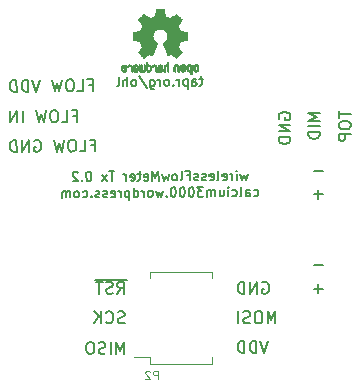
<source format=gbo>
G04 #@! TF.FileFunction,Legend,Bot*
%FSLAX46Y46*%
G04 Gerber Fmt 4.6, Leading zero omitted, Abs format (unit mm)*
G04 Created by KiCad (PCBNEW 4.0.4-stable) date Friday, October 13, 2017 'PMt' 10:51:30 PM*
%MOMM*%
%LPD*%
G01*
G04 APERTURE LIST*
%ADD10C,0.100000*%
%ADD11C,0.200000*%
%ADD12C,0.180000*%
%ADD13C,0.120000*%
%ADD14C,0.010000*%
G04 APERTURE END LIST*
D10*
D11*
X100538095Y-83928571D02*
X101300000Y-83928571D01*
X100538095Y-85928571D02*
X101300000Y-85928571D01*
X100919048Y-85547619D02*
X100919048Y-86309524D01*
X100538095Y-75928571D02*
X101300000Y-75928571D01*
X100538095Y-77928571D02*
X101300000Y-77928571D01*
X100919048Y-77547619D02*
X100919048Y-78309524D01*
D12*
X91136812Y-68203177D02*
X90832057Y-68205304D01*
X91020667Y-67937315D02*
X91025454Y-68623012D01*
X90987892Y-68699467D01*
X90911968Y-68738093D01*
X90835780Y-68738625D01*
X90226271Y-68742881D02*
X90223346Y-68323843D01*
X90260908Y-68247389D01*
X90336830Y-68208762D01*
X90489207Y-68207698D01*
X90565662Y-68245261D01*
X90226005Y-68704786D02*
X90302459Y-68742349D01*
X90492931Y-68741019D01*
X90568854Y-68702393D01*
X90606416Y-68625938D01*
X90605884Y-68549750D01*
X90567258Y-68473826D01*
X90490803Y-68436264D01*
X90300332Y-68437594D01*
X90223878Y-68400032D01*
X89841604Y-68212219D02*
X89847189Y-69012200D01*
X89841870Y-68250314D02*
X89765415Y-68212751D01*
X89613038Y-68213815D01*
X89537116Y-68252442D01*
X89499287Y-68290802D01*
X89461724Y-68367256D01*
X89463320Y-68595822D01*
X89501947Y-68671745D01*
X89540307Y-68709574D01*
X89616761Y-68747136D01*
X89769138Y-68746072D01*
X89845062Y-68707446D01*
X89121535Y-68750593D02*
X89117812Y-68217272D01*
X89118876Y-68369649D02*
X89080250Y-68293727D01*
X89041889Y-68255899D01*
X88965434Y-68218336D01*
X88889245Y-68218868D01*
X88625777Y-68677861D02*
X88587949Y-68716222D01*
X88626309Y-68754051D01*
X88664137Y-68715691D01*
X88625777Y-68677861D01*
X88626309Y-68754051D01*
X88131083Y-68757508D02*
X88207006Y-68718882D01*
X88244835Y-68680521D01*
X88282397Y-68604067D01*
X88280801Y-68375500D01*
X88242175Y-68299578D01*
X88203815Y-68261750D01*
X88127360Y-68224187D01*
X88013077Y-68224985D01*
X87937154Y-68263612D01*
X87899326Y-68301972D01*
X87861763Y-68378426D01*
X87863359Y-68606992D01*
X87901986Y-68682915D01*
X87940346Y-68720744D01*
X88016800Y-68758306D01*
X88131083Y-68757508D01*
X87521574Y-68761763D02*
X87517851Y-68228442D01*
X87518915Y-68380819D02*
X87480289Y-68304897D01*
X87441928Y-68267069D01*
X87365473Y-68229506D01*
X87289284Y-68230038D01*
X86679776Y-68234293D02*
X86684297Y-68881896D01*
X86722923Y-68957820D01*
X86761283Y-68995648D01*
X86837738Y-69033210D01*
X86952021Y-69032412D01*
X87027944Y-68993786D01*
X86683234Y-68729520D02*
X86759688Y-68767082D01*
X86912065Y-68766018D01*
X86987988Y-68727392D01*
X87025816Y-68689031D01*
X87063378Y-68612577D01*
X87061783Y-68384011D01*
X87023157Y-68308089D01*
X86984797Y-68270261D01*
X86908342Y-68232697D01*
X86755964Y-68233761D01*
X86680042Y-68272388D01*
X85725290Y-67936188D02*
X86418169Y-68959947D01*
X85350198Y-68776923D02*
X85426121Y-68738297D01*
X85463949Y-68699936D01*
X85501511Y-68623481D01*
X85499916Y-68394915D01*
X85461290Y-68318993D01*
X85422930Y-68281165D01*
X85346475Y-68243602D01*
X85232191Y-68244399D01*
X85156269Y-68283026D01*
X85118441Y-68321386D01*
X85080878Y-68397840D01*
X85082474Y-68626407D01*
X85121101Y-68702329D01*
X85159461Y-68740158D01*
X85235915Y-68777720D01*
X85350198Y-68776923D01*
X84740689Y-68781178D02*
X84735104Y-67981197D01*
X84397840Y-68783571D02*
X84394915Y-68364534D01*
X84432477Y-68288079D01*
X84508399Y-68249452D01*
X84622682Y-68248655D01*
X84699137Y-68286218D01*
X84737497Y-68324046D01*
X83902613Y-68787029D02*
X83978536Y-68748403D01*
X84016099Y-68671948D01*
X84011311Y-67986250D01*
X94922376Y-76186731D02*
X94773722Y-76721116D01*
X94618685Y-76341236D01*
X94468968Y-76723244D01*
X94312867Y-76190987D01*
X94011837Y-76726435D02*
X94008113Y-76193114D01*
X94006252Y-75926455D02*
X94044612Y-75964283D01*
X94006784Y-76002643D01*
X93968424Y-75964815D01*
X94006252Y-75926455D01*
X94006784Y-76002643D01*
X93630894Y-76729095D02*
X93627171Y-76195774D01*
X93628235Y-76348151D02*
X93589609Y-76272229D01*
X93551248Y-76234401D01*
X93474793Y-76196838D01*
X93398604Y-76197369D01*
X92830648Y-76696586D02*
X92907102Y-76734148D01*
X93059479Y-76733084D01*
X93135402Y-76694458D01*
X93172964Y-76618003D01*
X93170837Y-76313248D01*
X93132211Y-76237326D01*
X93055756Y-76199763D01*
X92903378Y-76200827D01*
X92827456Y-76239454D01*
X92789894Y-76315908D01*
X92790426Y-76392097D01*
X93171901Y-76465626D01*
X92335688Y-76738137D02*
X92411611Y-76699511D01*
X92449173Y-76623056D01*
X92444386Y-75937359D01*
X91725913Y-76704298D02*
X91802367Y-76741861D01*
X91954744Y-76740797D01*
X92030667Y-76702171D01*
X92068229Y-76625716D01*
X92066102Y-76320961D01*
X92027476Y-76245039D01*
X91951021Y-76207476D01*
X91798643Y-76208540D01*
X91722721Y-76247166D01*
X91685159Y-76323621D01*
X91685691Y-76399810D01*
X92067165Y-76473338D01*
X91383064Y-76706692D02*
X91307142Y-76745318D01*
X91154764Y-76746382D01*
X91078309Y-76708820D01*
X91039683Y-76632896D01*
X91039417Y-76594802D01*
X91076980Y-76518347D01*
X91152903Y-76479721D01*
X91267185Y-76478923D01*
X91343108Y-76440297D01*
X91380670Y-76363842D01*
X91380404Y-76325748D01*
X91341778Y-76249826D01*
X91265323Y-76212263D01*
X91151041Y-76213061D01*
X91075118Y-76251688D01*
X90735461Y-76711213D02*
X90659538Y-76749839D01*
X90507161Y-76750903D01*
X90430706Y-76713341D01*
X90392080Y-76637418D01*
X90391814Y-76599323D01*
X90429376Y-76522868D01*
X90505300Y-76484242D01*
X90619582Y-76483445D01*
X90695505Y-76444819D01*
X90733067Y-76368363D01*
X90732801Y-76330269D01*
X90694175Y-76254347D01*
X90617720Y-76216784D01*
X90503438Y-76217582D01*
X90427515Y-76256209D01*
X89780443Y-76336918D02*
X90047104Y-76335057D01*
X90050029Y-76754094D02*
X90044444Y-75954114D01*
X89663501Y-75956773D01*
X89250049Y-76759679D02*
X89325972Y-76721053D01*
X89363534Y-76644598D01*
X89358747Y-75958901D01*
X88831011Y-76762605D02*
X88906934Y-76723979D01*
X88944762Y-76685618D01*
X88982325Y-76609164D01*
X88980729Y-76380597D01*
X88942103Y-76304675D01*
X88903743Y-76266847D01*
X88827288Y-76229284D01*
X88713005Y-76230082D01*
X88637082Y-76268709D01*
X88599254Y-76307069D01*
X88561691Y-76383523D01*
X88563287Y-76612089D01*
X88601914Y-76688011D01*
X88640274Y-76725841D01*
X88716728Y-76763403D01*
X88831011Y-76762605D01*
X88293967Y-76233007D02*
X88145313Y-76767392D01*
X87990276Y-76387512D01*
X87840558Y-76769520D01*
X87684458Y-76237262D01*
X87383427Y-76772711D02*
X87377842Y-75972731D01*
X87115171Y-76546006D01*
X86844521Y-75976454D01*
X86850106Y-76776434D01*
X86164143Y-76743127D02*
X86240597Y-76780690D01*
X86392974Y-76779626D01*
X86468898Y-76741000D01*
X86506460Y-76664545D01*
X86504332Y-76359790D01*
X86465706Y-76283868D01*
X86389251Y-76246305D01*
X86236874Y-76247369D01*
X86160952Y-76285996D01*
X86123389Y-76362450D01*
X86123921Y-76438639D01*
X86505396Y-76512167D01*
X85894026Y-76249762D02*
X85589272Y-76251890D01*
X85777881Y-75983901D02*
X85782668Y-76669598D01*
X85745106Y-76746053D01*
X85669183Y-76784679D01*
X85592995Y-76785211D01*
X85021314Y-76751106D02*
X85097768Y-76788668D01*
X85250145Y-76787604D01*
X85326069Y-76748978D01*
X85363631Y-76672523D01*
X85361503Y-76367769D01*
X85322877Y-76291847D01*
X85246422Y-76254283D01*
X85094045Y-76255347D01*
X85018123Y-76293974D01*
X84980560Y-76370428D01*
X84981092Y-76446617D01*
X85362567Y-76520146D01*
X84640637Y-76791860D02*
X84636914Y-76258539D01*
X84637978Y-76410916D02*
X84599352Y-76334994D01*
X84560991Y-76297166D01*
X84484537Y-76259602D01*
X84408347Y-76260134D01*
X83644600Y-75998794D02*
X83187468Y-76001985D01*
X83421619Y-76800370D02*
X83416034Y-76000390D01*
X83002581Y-76803296D02*
X82579821Y-76272900D01*
X82998858Y-76269975D02*
X82583544Y-76806221D01*
X81511318Y-76013687D02*
X81435129Y-76014219D01*
X81359207Y-76052845D01*
X81321379Y-76091205D01*
X81283816Y-76167660D01*
X81246785Y-76320304D01*
X81248115Y-76510775D01*
X81287273Y-76662886D01*
X81325900Y-76738808D01*
X81364260Y-76776638D01*
X81440714Y-76814200D01*
X81516903Y-76813668D01*
X81592825Y-76775042D01*
X81630655Y-76736681D01*
X81668217Y-76660227D01*
X81705247Y-76507583D01*
X81703917Y-76317112D01*
X81664759Y-76165001D01*
X81626133Y-76089078D01*
X81587772Y-76051249D01*
X81511318Y-76013687D01*
X80906862Y-76741734D02*
X80869034Y-76780095D01*
X80907394Y-76817923D01*
X80945222Y-76779563D01*
X80906862Y-76741734D01*
X80907394Y-76817923D01*
X80559492Y-76096524D02*
X80521132Y-76058696D01*
X80444677Y-76021134D01*
X80254206Y-76022464D01*
X80178284Y-76061090D01*
X80140455Y-76099450D01*
X80102892Y-76175905D01*
X80103424Y-76252093D01*
X80142316Y-76366110D01*
X80602640Y-76820051D01*
X80107414Y-76823508D01*
X95449742Y-78058334D02*
X95526196Y-78095896D01*
X95678573Y-78094832D01*
X95754497Y-78056206D01*
X95792325Y-78017845D01*
X95829887Y-77941391D01*
X95828291Y-77712825D01*
X95789665Y-77636903D01*
X95751305Y-77599074D01*
X95674850Y-77561511D01*
X95522473Y-77562575D01*
X95446551Y-77601202D01*
X94764311Y-78101215D02*
X94761385Y-77682177D01*
X94798947Y-77605723D01*
X94874870Y-77567096D01*
X95027247Y-77566033D01*
X95103702Y-77603596D01*
X94764045Y-78063121D02*
X94840499Y-78100683D01*
X95030970Y-78099354D01*
X95106893Y-78060728D01*
X95144456Y-77984272D01*
X95143924Y-77908084D01*
X95105298Y-77832161D01*
X95028843Y-77794599D01*
X94838371Y-77795929D01*
X94761917Y-77758367D01*
X94269084Y-78104673D02*
X94345007Y-78066047D01*
X94382569Y-77989591D01*
X94377782Y-77303894D01*
X93621215Y-78071100D02*
X93697669Y-78108662D01*
X93850046Y-78107598D01*
X93925969Y-78068972D01*
X93963797Y-78030611D01*
X94001359Y-77954157D01*
X93999764Y-77725591D01*
X93961138Y-77649668D01*
X93922778Y-77611840D01*
X93846323Y-77574277D01*
X93693945Y-77575341D01*
X93618023Y-77613968D01*
X93278632Y-78111587D02*
X93274909Y-77578266D01*
X93273047Y-77311607D02*
X93311407Y-77349435D01*
X93273579Y-77387795D01*
X93235219Y-77349967D01*
X93273047Y-77311607D01*
X93273579Y-77387795D01*
X92551117Y-77583319D02*
X92554841Y-78116640D01*
X92893966Y-77580926D02*
X92896891Y-77999964D01*
X92859329Y-78076419D01*
X92783406Y-78115045D01*
X92669123Y-78115843D01*
X92592669Y-78078280D01*
X92554309Y-78040451D01*
X92173897Y-78119300D02*
X92170173Y-77585979D01*
X92170705Y-77662168D02*
X92132345Y-77624340D01*
X92055890Y-77586777D01*
X91941607Y-77587575D01*
X91865685Y-77626202D01*
X91828123Y-77702656D01*
X91831048Y-78121694D01*
X91828123Y-77702656D02*
X91789496Y-77626734D01*
X91713042Y-77589170D01*
X91598758Y-77589968D01*
X91522836Y-77628595D01*
X91485274Y-77705049D01*
X91488200Y-78124087D01*
X91177859Y-77326234D02*
X90682633Y-77329692D01*
X90951421Y-77632585D01*
X90837138Y-77633382D01*
X90761216Y-77672008D01*
X90723387Y-77710368D01*
X90685824Y-77786823D01*
X90687154Y-77977295D01*
X90725780Y-78053217D01*
X90764141Y-78091046D01*
X90840595Y-78128608D01*
X91069162Y-78127013D01*
X91145084Y-78088387D01*
X91182912Y-78050026D01*
X90187407Y-77333149D02*
X90111218Y-77333681D01*
X90035296Y-77372307D01*
X89997468Y-77410667D01*
X89959904Y-77487122D01*
X89922874Y-77639765D01*
X89924204Y-77830237D01*
X89963362Y-77982348D01*
X90001989Y-78058270D01*
X90040349Y-78096099D01*
X90116803Y-78133661D01*
X90192992Y-78133130D01*
X90268914Y-78094504D01*
X90306743Y-78056143D01*
X90344306Y-77979688D01*
X90381336Y-77827045D01*
X90380006Y-77636574D01*
X90340848Y-77484462D01*
X90302222Y-77408539D01*
X90263861Y-77370711D01*
X90187407Y-77333149D01*
X89425521Y-77338468D02*
X89349332Y-77339000D01*
X89273409Y-77377626D01*
X89235581Y-77415986D01*
X89198018Y-77492441D01*
X89160988Y-77645084D01*
X89162318Y-77835556D01*
X89201475Y-77987667D01*
X89240102Y-78063589D01*
X89278462Y-78101418D01*
X89354917Y-78138980D01*
X89431106Y-78138449D01*
X89507028Y-78099823D01*
X89544857Y-78061462D01*
X89582419Y-77985007D01*
X89619449Y-77832364D01*
X89618120Y-77641893D01*
X89578962Y-77489782D01*
X89540336Y-77413858D01*
X89501975Y-77376030D01*
X89425521Y-77338468D01*
X88663634Y-77343787D02*
X88587445Y-77344319D01*
X88511523Y-77382945D01*
X88473695Y-77421305D01*
X88436132Y-77497760D01*
X88399101Y-77650403D01*
X88400431Y-77840875D01*
X88439589Y-77992986D01*
X88478216Y-78068908D01*
X88516576Y-78106737D01*
X88593030Y-78144300D01*
X88669219Y-78143768D01*
X88745141Y-78105142D01*
X88782971Y-78066781D01*
X88820533Y-77990327D01*
X88857563Y-77837683D01*
X88856233Y-77647212D01*
X88817075Y-77495101D01*
X88778449Y-77419177D01*
X88740088Y-77381349D01*
X88663634Y-77343787D01*
X88059178Y-78071834D02*
X88021350Y-78110195D01*
X88059710Y-78148023D01*
X88097538Y-78109663D01*
X88059178Y-78071834D01*
X88059710Y-78148023D01*
X87751232Y-77616829D02*
X87602578Y-78151214D01*
X87447541Y-77771334D01*
X87297824Y-78153342D01*
X87141723Y-77621085D01*
X86726410Y-78157331D02*
X86802333Y-78118705D01*
X86840161Y-78080344D01*
X86877723Y-78003890D01*
X86876127Y-77775324D01*
X86837501Y-77699401D01*
X86799141Y-77661573D01*
X86722686Y-77624010D01*
X86608403Y-77624808D01*
X86532481Y-77663435D01*
X86494653Y-77701795D01*
X86457090Y-77778249D01*
X86458685Y-78006816D01*
X86497312Y-78082738D01*
X86535672Y-78120567D01*
X86612126Y-78158129D01*
X86726410Y-78157331D01*
X86116900Y-78161586D02*
X86113177Y-77628265D01*
X86114241Y-77780643D02*
X86075615Y-77704721D01*
X86037254Y-77666892D01*
X85960800Y-77629329D01*
X85884611Y-77629861D01*
X85278826Y-78167437D02*
X85273241Y-77367457D01*
X85278560Y-78129343D02*
X85355014Y-78166906D01*
X85507391Y-78165842D01*
X85583314Y-78127216D01*
X85621143Y-78088855D01*
X85658705Y-78012401D01*
X85657109Y-77783834D01*
X85618483Y-77707912D01*
X85580123Y-77670084D01*
X85503668Y-77632521D01*
X85351291Y-77633585D01*
X85275368Y-77672211D01*
X84894159Y-77636776D02*
X84899744Y-78436756D01*
X84894425Y-77674871D02*
X84817970Y-77637308D01*
X84665592Y-77638372D01*
X84589670Y-77676999D01*
X84551842Y-77715359D01*
X84514279Y-77791813D01*
X84515875Y-78020379D01*
X84554502Y-78096301D01*
X84592862Y-78134131D01*
X84669316Y-78171693D01*
X84821693Y-78170629D01*
X84897616Y-78132003D01*
X84174090Y-78175150D02*
X84170366Y-77641829D01*
X84171430Y-77794206D02*
X84132804Y-77718284D01*
X84094443Y-77680456D01*
X84017989Y-77642893D01*
X83941800Y-77643425D01*
X83373843Y-78142641D02*
X83450297Y-78180203D01*
X83602675Y-78179139D01*
X83678598Y-78140513D01*
X83716160Y-78064058D01*
X83714032Y-77759304D01*
X83675406Y-77683382D01*
X83598951Y-77645818D01*
X83446574Y-77646882D01*
X83370652Y-77685509D01*
X83333090Y-77761963D01*
X83333622Y-77838152D01*
X83715096Y-77911681D01*
X83030995Y-78145035D02*
X82955072Y-78183661D01*
X82802695Y-78184724D01*
X82726240Y-78147162D01*
X82687614Y-78071239D01*
X82687348Y-78033145D01*
X82724910Y-77956690D01*
X82800834Y-77918064D01*
X82915116Y-77917266D01*
X82991039Y-77878640D01*
X83028601Y-77802185D01*
X83028335Y-77764091D01*
X82989709Y-77688169D01*
X82913254Y-77650605D01*
X82798972Y-77651403D01*
X82723049Y-77690030D01*
X82383391Y-78149556D02*
X82307469Y-78188182D01*
X82155092Y-78189246D01*
X82078637Y-78151683D01*
X82040011Y-78075760D01*
X82039745Y-78037666D01*
X82077307Y-77961211D01*
X82153230Y-77922585D01*
X82267513Y-77921787D01*
X82343436Y-77883161D01*
X82380998Y-77806706D01*
X82380732Y-77768612D01*
X82342106Y-77692690D01*
X82265651Y-77655127D01*
X82151369Y-77655925D01*
X82075445Y-77694552D01*
X81697428Y-78116248D02*
X81659600Y-78154609D01*
X81697960Y-78192437D01*
X81735788Y-78154077D01*
X81697428Y-78116248D01*
X81697960Y-78192437D01*
X80973903Y-78159396D02*
X81050357Y-78196958D01*
X81202734Y-78195894D01*
X81278657Y-78157268D01*
X81316486Y-78118907D01*
X81354048Y-78042453D01*
X81352452Y-77813887D01*
X81313826Y-77737965D01*
X81275466Y-77700137D01*
X81199011Y-77662573D01*
X81046634Y-77663637D01*
X80970711Y-77702264D01*
X80517037Y-78200682D02*
X80592960Y-78162056D01*
X80630788Y-78123695D01*
X80668350Y-78047240D01*
X80666755Y-77818674D01*
X80628129Y-77742752D01*
X80589769Y-77704924D01*
X80513314Y-77667361D01*
X80399030Y-77668158D01*
X80323108Y-77706785D01*
X80285280Y-77745145D01*
X80247717Y-77821599D01*
X80249313Y-78050166D01*
X80287940Y-78126088D01*
X80326300Y-78163917D01*
X80402754Y-78201479D01*
X80517037Y-78200682D01*
X79907528Y-78204937D02*
X79903804Y-77671616D01*
X79904336Y-77747805D02*
X79865976Y-77709977D01*
X79789521Y-77672414D01*
X79675238Y-77673211D01*
X79599316Y-77711838D01*
X79561754Y-77788293D01*
X79564679Y-78207330D01*
X79561754Y-77788293D02*
X79523127Y-77712370D01*
X79446673Y-77674807D01*
X79332389Y-77675605D01*
X79256467Y-77714232D01*
X79218905Y-77790686D01*
X79221830Y-78209724D01*
D11*
X102652381Y-70895238D02*
X102652381Y-71466667D01*
X103652381Y-71180952D02*
X102652381Y-71180952D01*
X102652381Y-71990476D02*
X102652381Y-72180953D01*
X102700000Y-72276191D01*
X102795238Y-72371429D01*
X102985714Y-72419048D01*
X103319048Y-72419048D01*
X103509524Y-72371429D01*
X103604762Y-72276191D01*
X103652381Y-72180953D01*
X103652381Y-71990476D01*
X103604762Y-71895238D01*
X103509524Y-71800000D01*
X103319048Y-71752381D01*
X102985714Y-71752381D01*
X102795238Y-71800000D01*
X102700000Y-71895238D01*
X102652381Y-71990476D01*
X103652381Y-72847619D02*
X102652381Y-72847619D01*
X102652381Y-73228572D01*
X102700000Y-73323810D01*
X102747619Y-73371429D01*
X102842857Y-73419048D01*
X102985714Y-73419048D01*
X103080952Y-73371429D01*
X103128571Y-73323810D01*
X103176190Y-73228572D01*
X103176190Y-72847619D01*
X101052381Y-71038095D02*
X100052381Y-71038095D01*
X100766667Y-71371429D01*
X100052381Y-71704762D01*
X101052381Y-71704762D01*
X101052381Y-72180952D02*
X100052381Y-72180952D01*
X101052381Y-72657142D02*
X100052381Y-72657142D01*
X100052381Y-72895237D01*
X100100000Y-73038095D01*
X100195238Y-73133333D01*
X100290476Y-73180952D01*
X100480952Y-73228571D01*
X100623810Y-73228571D01*
X100814286Y-73180952D01*
X100909524Y-73133333D01*
X101004762Y-73038095D01*
X101052381Y-72895237D01*
X101052381Y-72657142D01*
X97600000Y-71561905D02*
X97552381Y-71466667D01*
X97552381Y-71323810D01*
X97600000Y-71180952D01*
X97695238Y-71085714D01*
X97790476Y-71038095D01*
X97980952Y-70990476D01*
X98123810Y-70990476D01*
X98314286Y-71038095D01*
X98409524Y-71085714D01*
X98504762Y-71180952D01*
X98552381Y-71323810D01*
X98552381Y-71419048D01*
X98504762Y-71561905D01*
X98457143Y-71609524D01*
X98123810Y-71609524D01*
X98123810Y-71419048D01*
X98552381Y-72038095D02*
X97552381Y-72038095D01*
X98552381Y-72609524D01*
X97552381Y-72609524D01*
X98552381Y-73085714D02*
X97552381Y-73085714D01*
X97552381Y-73323809D01*
X97600000Y-73466667D01*
X97695238Y-73561905D01*
X97790476Y-73609524D01*
X97980952Y-73657143D01*
X98123810Y-73657143D01*
X98314286Y-73609524D01*
X98409524Y-73561905D01*
X98504762Y-73466667D01*
X98552381Y-73323809D01*
X98552381Y-73085714D01*
X81694566Y-73779039D02*
X82027892Y-73776712D01*
X82031549Y-74300509D02*
X82024568Y-73300534D01*
X81548389Y-73303858D01*
X80698248Y-74309818D02*
X81174427Y-74306493D01*
X81167446Y-73306517D01*
X80167470Y-73313499D02*
X79976998Y-73314829D01*
X79882095Y-73363111D01*
X79787524Y-73459012D01*
X79741236Y-73649816D01*
X79743563Y-73983141D01*
X79792510Y-74173280D01*
X79888411Y-74267851D01*
X79983979Y-74314804D01*
X80174451Y-74313474D01*
X80269355Y-74265192D01*
X80363925Y-74169291D01*
X80410214Y-73978487D01*
X80407886Y-73645161D01*
X80358939Y-73455023D01*
X80263038Y-73360452D01*
X80167470Y-73313499D01*
X79405584Y-73318818D02*
X79174476Y-74320456D01*
X78979017Y-73607517D01*
X78793532Y-74323115D01*
X78548462Y-73324802D01*
X76882168Y-73384055D02*
X76977071Y-73335772D01*
X77119924Y-73334775D01*
X77263111Y-73381395D01*
X77359012Y-73475966D01*
X77407295Y-73570870D01*
X77456242Y-73761008D01*
X77457240Y-73903863D01*
X77410952Y-74094667D01*
X77363999Y-74190235D01*
X77269428Y-74286135D01*
X77126906Y-74334751D01*
X77031670Y-74335415D01*
X76888484Y-74288795D01*
X76840534Y-74241510D01*
X76838207Y-73908185D01*
X77028678Y-73906855D01*
X76412638Y-74339737D02*
X76405657Y-73339762D01*
X75841223Y-74343727D01*
X75834242Y-73343751D01*
X75365045Y-74347051D02*
X75358063Y-73347075D01*
X75119974Y-73348737D01*
X74977452Y-73397353D01*
X74882881Y-73493253D01*
X74835928Y-73588821D01*
X74789640Y-73779625D01*
X74790638Y-73922480D01*
X74839585Y-74112619D01*
X74887868Y-74207522D01*
X74983768Y-74302093D01*
X75126955Y-74348713D01*
X75365045Y-74347051D01*
X80170794Y-71289677D02*
X80504119Y-71287350D01*
X80507776Y-71811147D02*
X80500795Y-70811172D01*
X80024616Y-70814496D01*
X79174475Y-71820456D02*
X79650654Y-71817131D01*
X79643673Y-70817156D01*
X78643697Y-70824137D02*
X78453225Y-70825467D01*
X78358322Y-70873749D01*
X78263751Y-70969650D01*
X78217463Y-71160454D01*
X78219790Y-71493780D01*
X78268738Y-71683919D01*
X78364638Y-71778489D01*
X78460206Y-71825442D01*
X78650679Y-71824112D01*
X78745582Y-71775830D01*
X78840153Y-71679929D01*
X78886441Y-71489125D01*
X78884114Y-71155800D01*
X78835166Y-70965661D01*
X78739265Y-70871090D01*
X78643697Y-70824137D01*
X77881811Y-70829456D02*
X77650703Y-71831094D01*
X77455244Y-71118155D01*
X77269759Y-71833753D01*
X77024689Y-70835440D01*
X75888841Y-71843394D02*
X75881860Y-70843418D01*
X75412662Y-71846718D02*
X75405681Y-70846743D01*
X74841247Y-71850708D01*
X74834266Y-70850732D01*
X81504095Y-68680369D02*
X81837421Y-68678042D01*
X81841078Y-69201839D02*
X81834097Y-68201863D01*
X81357917Y-68205188D01*
X80507776Y-69211147D02*
X80983956Y-69207823D01*
X80976974Y-68207847D01*
X79976999Y-68214829D02*
X79786526Y-68216158D01*
X79691623Y-68264441D01*
X79597052Y-68360342D01*
X79550764Y-68551145D01*
X79553091Y-68884471D01*
X79602039Y-69074610D01*
X79697940Y-69169181D01*
X79793508Y-69216134D01*
X79983980Y-69214804D01*
X80078883Y-69166521D01*
X80173454Y-69070621D01*
X80219742Y-68879817D01*
X80217415Y-68546491D01*
X80168467Y-68356352D01*
X80072567Y-68261781D01*
X79976999Y-68214829D01*
X79215112Y-68220148D02*
X78984004Y-69221785D01*
X78788545Y-68508847D01*
X78603061Y-69224445D01*
X78357990Y-68226132D01*
X77358015Y-68233113D02*
X77031671Y-69235415D01*
X76691364Y-68237767D01*
X76365020Y-69240070D02*
X76358039Y-68240094D01*
X76119950Y-68241756D01*
X75977428Y-68290371D01*
X75882857Y-68386272D01*
X75835904Y-68481840D01*
X75789616Y-68672644D01*
X75790613Y-68815498D01*
X75839561Y-69005637D01*
X75887844Y-69100541D01*
X75983744Y-69195111D01*
X76126931Y-69241732D01*
X76365020Y-69240070D01*
X75365045Y-69247051D02*
X75358063Y-68247075D01*
X75119974Y-68248737D01*
X74977452Y-68297353D01*
X74882881Y-68393253D01*
X74835928Y-68488821D01*
X74789640Y-68679625D01*
X74790638Y-68822480D01*
X74839585Y-69012619D01*
X74887868Y-69107522D01*
X74983768Y-69202093D01*
X75126955Y-69248713D01*
X75365045Y-69247051D01*
X83890476Y-86352381D02*
X84223810Y-85876190D01*
X84461905Y-86352381D02*
X84461905Y-85352381D01*
X84080952Y-85352381D01*
X83985714Y-85400000D01*
X83938095Y-85447619D01*
X83890476Y-85542857D01*
X83890476Y-85685714D01*
X83938095Y-85780952D01*
X83985714Y-85828571D01*
X84080952Y-85876190D01*
X84461905Y-85876190D01*
X83509524Y-86304762D02*
X83366667Y-86352381D01*
X83128571Y-86352381D01*
X83033333Y-86304762D01*
X82985714Y-86257143D01*
X82938095Y-86161905D01*
X82938095Y-86066667D01*
X82985714Y-85971429D01*
X83033333Y-85923810D01*
X83128571Y-85876190D01*
X83319048Y-85828571D01*
X83414286Y-85780952D01*
X83461905Y-85733333D01*
X83509524Y-85638095D01*
X83509524Y-85542857D01*
X83461905Y-85447619D01*
X83414286Y-85400000D01*
X83319048Y-85352381D01*
X83080952Y-85352381D01*
X82938095Y-85400000D01*
X82652381Y-85352381D02*
X82080952Y-85352381D01*
X82366667Y-86352381D02*
X82366667Y-85352381D01*
X84700000Y-85180000D02*
X81985714Y-85180000D01*
X84509524Y-88804762D02*
X84366667Y-88852381D01*
X84128571Y-88852381D01*
X84033333Y-88804762D01*
X83985714Y-88757143D01*
X83938095Y-88661905D01*
X83938095Y-88566667D01*
X83985714Y-88471429D01*
X84033333Y-88423810D01*
X84128571Y-88376190D01*
X84319048Y-88328571D01*
X84414286Y-88280952D01*
X84461905Y-88233333D01*
X84509524Y-88138095D01*
X84509524Y-88042857D01*
X84461905Y-87947619D01*
X84414286Y-87900000D01*
X84319048Y-87852381D01*
X84080952Y-87852381D01*
X83938095Y-87900000D01*
X82938095Y-88757143D02*
X82985714Y-88804762D01*
X83128571Y-88852381D01*
X83223809Y-88852381D01*
X83366667Y-88804762D01*
X83461905Y-88709524D01*
X83509524Y-88614286D01*
X83557143Y-88423810D01*
X83557143Y-88280952D01*
X83509524Y-88090476D01*
X83461905Y-87995238D01*
X83366667Y-87900000D01*
X83223809Y-87852381D01*
X83128571Y-87852381D01*
X82985714Y-87900000D01*
X82938095Y-87947619D01*
X82509524Y-88852381D02*
X82509524Y-87852381D01*
X81938095Y-88852381D02*
X82366667Y-88280952D01*
X81938095Y-87852381D02*
X82509524Y-88423810D01*
X84461905Y-91452381D02*
X84461905Y-90452381D01*
X84128571Y-91166667D01*
X83795238Y-90452381D01*
X83795238Y-91452381D01*
X83319048Y-91452381D02*
X83319048Y-90452381D01*
X82890477Y-91404762D02*
X82747620Y-91452381D01*
X82509524Y-91452381D01*
X82414286Y-91404762D01*
X82366667Y-91357143D01*
X82319048Y-91261905D01*
X82319048Y-91166667D01*
X82366667Y-91071429D01*
X82414286Y-91023810D01*
X82509524Y-90976190D01*
X82700001Y-90928571D01*
X82795239Y-90880952D01*
X82842858Y-90833333D01*
X82890477Y-90738095D01*
X82890477Y-90642857D01*
X82842858Y-90547619D01*
X82795239Y-90500000D01*
X82700001Y-90452381D01*
X82461905Y-90452381D01*
X82319048Y-90500000D01*
X81700001Y-90452381D02*
X81509524Y-90452381D01*
X81414286Y-90500000D01*
X81319048Y-90595238D01*
X81271429Y-90785714D01*
X81271429Y-91119048D01*
X81319048Y-91309524D01*
X81414286Y-91404762D01*
X81509524Y-91452381D01*
X81700001Y-91452381D01*
X81795239Y-91404762D01*
X81890477Y-91309524D01*
X81938096Y-91119048D01*
X81938096Y-90785714D01*
X81890477Y-90595238D01*
X81795239Y-90500000D01*
X81700001Y-90452381D01*
X96185714Y-85400000D02*
X96280952Y-85352381D01*
X96423809Y-85352381D01*
X96566667Y-85400000D01*
X96661905Y-85495238D01*
X96709524Y-85590476D01*
X96757143Y-85780952D01*
X96757143Y-85923810D01*
X96709524Y-86114286D01*
X96661905Y-86209524D01*
X96566667Y-86304762D01*
X96423809Y-86352381D01*
X96328571Y-86352381D01*
X96185714Y-86304762D01*
X96138095Y-86257143D01*
X96138095Y-85923810D01*
X96328571Y-85923810D01*
X95709524Y-86352381D02*
X95709524Y-85352381D01*
X95138095Y-86352381D01*
X95138095Y-85352381D01*
X94661905Y-86352381D02*
X94661905Y-85352381D01*
X94423810Y-85352381D01*
X94280952Y-85400000D01*
X94185714Y-85495238D01*
X94138095Y-85590476D01*
X94090476Y-85780952D01*
X94090476Y-85923810D01*
X94138095Y-86114286D01*
X94185714Y-86209524D01*
X94280952Y-86304762D01*
X94423810Y-86352381D01*
X94661905Y-86352381D01*
X97280952Y-88852381D02*
X97280952Y-87852381D01*
X96947618Y-88566667D01*
X96614285Y-87852381D01*
X96614285Y-88852381D01*
X95947619Y-87852381D02*
X95757142Y-87852381D01*
X95661904Y-87900000D01*
X95566666Y-87995238D01*
X95519047Y-88185714D01*
X95519047Y-88519048D01*
X95566666Y-88709524D01*
X95661904Y-88804762D01*
X95757142Y-88852381D01*
X95947619Y-88852381D01*
X96042857Y-88804762D01*
X96138095Y-88709524D01*
X96185714Y-88519048D01*
X96185714Y-88185714D01*
X96138095Y-87995238D01*
X96042857Y-87900000D01*
X95947619Y-87852381D01*
X95138095Y-88804762D02*
X94995238Y-88852381D01*
X94757142Y-88852381D01*
X94661904Y-88804762D01*
X94614285Y-88757143D01*
X94566666Y-88661905D01*
X94566666Y-88566667D01*
X94614285Y-88471429D01*
X94661904Y-88423810D01*
X94757142Y-88376190D01*
X94947619Y-88328571D01*
X95042857Y-88280952D01*
X95090476Y-88233333D01*
X95138095Y-88138095D01*
X95138095Y-88042857D01*
X95090476Y-87947619D01*
X95042857Y-87900000D01*
X94947619Y-87852381D01*
X94709523Y-87852381D01*
X94566666Y-87900000D01*
X94138095Y-88852381D02*
X94138095Y-87852381D01*
X96661905Y-90352381D02*
X96328572Y-91352381D01*
X95995238Y-90352381D01*
X95661905Y-91352381D02*
X95661905Y-90352381D01*
X95423810Y-90352381D01*
X95280952Y-90400000D01*
X95185714Y-90495238D01*
X95138095Y-90590476D01*
X95090476Y-90780952D01*
X95090476Y-90923810D01*
X95138095Y-91114286D01*
X95185714Y-91209524D01*
X95280952Y-91304762D01*
X95423810Y-91352381D01*
X95661905Y-91352381D01*
X94661905Y-91352381D02*
X94661905Y-90352381D01*
X94423810Y-90352381D01*
X94280952Y-90400000D01*
X94185714Y-90495238D01*
X94138095Y-90590476D01*
X94090476Y-90780952D01*
X94090476Y-90923810D01*
X94138095Y-91114286D01*
X94185714Y-91209524D01*
X94280952Y-91304762D01*
X94423810Y-91352381D01*
X94661905Y-91352381D01*
D13*
X86700000Y-91740000D02*
X86700000Y-92270000D01*
X86700000Y-92270000D02*
X91900000Y-92270000D01*
X91900000Y-92270000D02*
X91900000Y-91740000D01*
X86700000Y-85060000D02*
X86700000Y-84530000D01*
X86700000Y-84530000D02*
X91900000Y-84530000D01*
X91900000Y-84530000D02*
X91900000Y-85060000D01*
X85280000Y-91740000D02*
X86700000Y-91740000D01*
D14*
G36*
X89900256Y-66919918D02*
X89844799Y-66947568D01*
X89795852Y-66998480D01*
X89782371Y-67017338D01*
X89767686Y-67042015D01*
X89758158Y-67068816D01*
X89752707Y-67104587D01*
X89750253Y-67156169D01*
X89749714Y-67224267D01*
X89752148Y-67317588D01*
X89760606Y-67387657D01*
X89776826Y-67439931D01*
X89802546Y-67479869D01*
X89839503Y-67512929D01*
X89842218Y-67514886D01*
X89878640Y-67534908D01*
X89922498Y-67544815D01*
X89978276Y-67547257D01*
X90068952Y-67547257D01*
X90068990Y-67635283D01*
X90069834Y-67684308D01*
X90074976Y-67713065D01*
X90088413Y-67730311D01*
X90114142Y-67744808D01*
X90120321Y-67747769D01*
X90149236Y-67761648D01*
X90171624Y-67770414D01*
X90188271Y-67771171D01*
X90199964Y-67761023D01*
X90207490Y-67737073D01*
X90211634Y-67696426D01*
X90213185Y-67636186D01*
X90212929Y-67553455D01*
X90211651Y-67445339D01*
X90211252Y-67413000D01*
X90209815Y-67301524D01*
X90208528Y-67228603D01*
X90069029Y-67228603D01*
X90068245Y-67290499D01*
X90064760Y-67330997D01*
X90056876Y-67357708D01*
X90042895Y-67378244D01*
X90033403Y-67388260D01*
X89994596Y-67417567D01*
X89960237Y-67419952D01*
X89924784Y-67395750D01*
X89923886Y-67394857D01*
X89909461Y-67376153D01*
X89900687Y-67350732D01*
X89896261Y-67311584D01*
X89894882Y-67251697D01*
X89894857Y-67238430D01*
X89898188Y-67155901D01*
X89909031Y-67098691D01*
X89928660Y-67063766D01*
X89958350Y-67048094D01*
X89975509Y-67046514D01*
X90016234Y-67053926D01*
X90044168Y-67078330D01*
X90060983Y-67122980D01*
X90068350Y-67191130D01*
X90069029Y-67228603D01*
X90208528Y-67228603D01*
X90208292Y-67215245D01*
X90206323Y-67150333D01*
X90203550Y-67102958D01*
X90199612Y-67069290D01*
X90194151Y-67045498D01*
X90186808Y-67027753D01*
X90177223Y-67012224D01*
X90173113Y-67006381D01*
X90118595Y-66951185D01*
X90049664Y-66919890D01*
X89969928Y-66911165D01*
X89900256Y-66919918D01*
X89900256Y-66919918D01*
G37*
X89900256Y-66919918D02*
X89844799Y-66947568D01*
X89795852Y-66998480D01*
X89782371Y-67017338D01*
X89767686Y-67042015D01*
X89758158Y-67068816D01*
X89752707Y-67104587D01*
X89750253Y-67156169D01*
X89749714Y-67224267D01*
X89752148Y-67317588D01*
X89760606Y-67387657D01*
X89776826Y-67439931D01*
X89802546Y-67479869D01*
X89839503Y-67512929D01*
X89842218Y-67514886D01*
X89878640Y-67534908D01*
X89922498Y-67544815D01*
X89978276Y-67547257D01*
X90068952Y-67547257D01*
X90068990Y-67635283D01*
X90069834Y-67684308D01*
X90074976Y-67713065D01*
X90088413Y-67730311D01*
X90114142Y-67744808D01*
X90120321Y-67747769D01*
X90149236Y-67761648D01*
X90171624Y-67770414D01*
X90188271Y-67771171D01*
X90199964Y-67761023D01*
X90207490Y-67737073D01*
X90211634Y-67696426D01*
X90213185Y-67636186D01*
X90212929Y-67553455D01*
X90211651Y-67445339D01*
X90211252Y-67413000D01*
X90209815Y-67301524D01*
X90208528Y-67228603D01*
X90069029Y-67228603D01*
X90068245Y-67290499D01*
X90064760Y-67330997D01*
X90056876Y-67357708D01*
X90042895Y-67378244D01*
X90033403Y-67388260D01*
X89994596Y-67417567D01*
X89960237Y-67419952D01*
X89924784Y-67395750D01*
X89923886Y-67394857D01*
X89909461Y-67376153D01*
X89900687Y-67350732D01*
X89896261Y-67311584D01*
X89894882Y-67251697D01*
X89894857Y-67238430D01*
X89898188Y-67155901D01*
X89909031Y-67098691D01*
X89928660Y-67063766D01*
X89958350Y-67048094D01*
X89975509Y-67046514D01*
X90016234Y-67053926D01*
X90044168Y-67078330D01*
X90060983Y-67122980D01*
X90068350Y-67191130D01*
X90069029Y-67228603D01*
X90208528Y-67228603D01*
X90208292Y-67215245D01*
X90206323Y-67150333D01*
X90203550Y-67102958D01*
X90199612Y-67069290D01*
X90194151Y-67045498D01*
X90186808Y-67027753D01*
X90177223Y-67012224D01*
X90173113Y-67006381D01*
X90118595Y-66951185D01*
X90049664Y-66919890D01*
X89969928Y-66911165D01*
X89900256Y-66919918D01*
G36*
X88783907Y-66927780D02*
X88737328Y-66954723D01*
X88704943Y-66981466D01*
X88681258Y-67009484D01*
X88664941Y-67043748D01*
X88654661Y-67089227D01*
X88649086Y-67150892D01*
X88646884Y-67233711D01*
X88646629Y-67293246D01*
X88646629Y-67512391D01*
X88708314Y-67540044D01*
X88770000Y-67567697D01*
X88777257Y-67327670D01*
X88780256Y-67238028D01*
X88783402Y-67172962D01*
X88787299Y-67128026D01*
X88792553Y-67098770D01*
X88799769Y-67080748D01*
X88809550Y-67069511D01*
X88812688Y-67067079D01*
X88860239Y-67048083D01*
X88908303Y-67055600D01*
X88936914Y-67075543D01*
X88948553Y-67089675D01*
X88956609Y-67108220D01*
X88961729Y-67136334D01*
X88964559Y-67179173D01*
X88965744Y-67241895D01*
X88965943Y-67307261D01*
X88965982Y-67389268D01*
X88967386Y-67447316D01*
X88972086Y-67486465D01*
X88982013Y-67511780D01*
X88999097Y-67528323D01*
X89025268Y-67541156D01*
X89060225Y-67554491D01*
X89098404Y-67569007D01*
X89093859Y-67311389D01*
X89092029Y-67218519D01*
X89089888Y-67149889D01*
X89086819Y-67100711D01*
X89082206Y-67066198D01*
X89075432Y-67041562D01*
X89065881Y-67022016D01*
X89054366Y-67004770D01*
X88998810Y-66949680D01*
X88931020Y-66917822D01*
X88857287Y-66910191D01*
X88783907Y-66927780D01*
X88783907Y-66927780D01*
G37*
X88783907Y-66927780D02*
X88737328Y-66954723D01*
X88704943Y-66981466D01*
X88681258Y-67009484D01*
X88664941Y-67043748D01*
X88654661Y-67089227D01*
X88649086Y-67150892D01*
X88646884Y-67233711D01*
X88646629Y-67293246D01*
X88646629Y-67512391D01*
X88708314Y-67540044D01*
X88770000Y-67567697D01*
X88777257Y-67327670D01*
X88780256Y-67238028D01*
X88783402Y-67172962D01*
X88787299Y-67128026D01*
X88792553Y-67098770D01*
X88799769Y-67080748D01*
X88809550Y-67069511D01*
X88812688Y-67067079D01*
X88860239Y-67048083D01*
X88908303Y-67055600D01*
X88936914Y-67075543D01*
X88948553Y-67089675D01*
X88956609Y-67108220D01*
X88961729Y-67136334D01*
X88964559Y-67179173D01*
X88965744Y-67241895D01*
X88965943Y-67307261D01*
X88965982Y-67389268D01*
X88967386Y-67447316D01*
X88972086Y-67486465D01*
X88982013Y-67511780D01*
X88999097Y-67528323D01*
X89025268Y-67541156D01*
X89060225Y-67554491D01*
X89098404Y-67569007D01*
X89093859Y-67311389D01*
X89092029Y-67218519D01*
X89089888Y-67149889D01*
X89086819Y-67100711D01*
X89082206Y-67066198D01*
X89075432Y-67041562D01*
X89065881Y-67022016D01*
X89054366Y-67004770D01*
X88998810Y-66949680D01*
X88931020Y-66917822D01*
X88857287Y-66910191D01*
X88783907Y-66927780D01*
G36*
X90458885Y-66921962D02*
X90390855Y-66957733D01*
X90340649Y-67015301D01*
X90322815Y-67052312D01*
X90308937Y-67107882D01*
X90301833Y-67178096D01*
X90301160Y-67254727D01*
X90306573Y-67329552D01*
X90317730Y-67394342D01*
X90334286Y-67440873D01*
X90339374Y-67448887D01*
X90399645Y-67508707D01*
X90471231Y-67544535D01*
X90548908Y-67555020D01*
X90627452Y-67538810D01*
X90649311Y-67529092D01*
X90691878Y-67499143D01*
X90729237Y-67459433D01*
X90732768Y-67454397D01*
X90747119Y-67430124D01*
X90756606Y-67404178D01*
X90762210Y-67370022D01*
X90764914Y-67321119D01*
X90765701Y-67250935D01*
X90765714Y-67235200D01*
X90765678Y-67230192D01*
X90620571Y-67230192D01*
X90619727Y-67296430D01*
X90616404Y-67340386D01*
X90609417Y-67368779D01*
X90597584Y-67388325D01*
X90591543Y-67394857D01*
X90556814Y-67419680D01*
X90523097Y-67418548D01*
X90489005Y-67397016D01*
X90468671Y-67374029D01*
X90456629Y-67340478D01*
X90449866Y-67287569D01*
X90449402Y-67281399D01*
X90448248Y-67185513D01*
X90460312Y-67114299D01*
X90485430Y-67068194D01*
X90523440Y-67047635D01*
X90537008Y-67046514D01*
X90572636Y-67052152D01*
X90597006Y-67071686D01*
X90611907Y-67109042D01*
X90619125Y-67168150D01*
X90620571Y-67230192D01*
X90765678Y-67230192D01*
X90765174Y-67160413D01*
X90762904Y-67108159D01*
X90757932Y-67071949D01*
X90749287Y-67045299D01*
X90735995Y-67021722D01*
X90733057Y-67017338D01*
X90683687Y-66958249D01*
X90629891Y-66923947D01*
X90564398Y-66910331D01*
X90542158Y-66909665D01*
X90458885Y-66921962D01*
X90458885Y-66921962D01*
G37*
X90458885Y-66921962D02*
X90390855Y-66957733D01*
X90340649Y-67015301D01*
X90322815Y-67052312D01*
X90308937Y-67107882D01*
X90301833Y-67178096D01*
X90301160Y-67254727D01*
X90306573Y-67329552D01*
X90317730Y-67394342D01*
X90334286Y-67440873D01*
X90339374Y-67448887D01*
X90399645Y-67508707D01*
X90471231Y-67544535D01*
X90548908Y-67555020D01*
X90627452Y-67538810D01*
X90649311Y-67529092D01*
X90691878Y-67499143D01*
X90729237Y-67459433D01*
X90732768Y-67454397D01*
X90747119Y-67430124D01*
X90756606Y-67404178D01*
X90762210Y-67370022D01*
X90764914Y-67321119D01*
X90765701Y-67250935D01*
X90765714Y-67235200D01*
X90765678Y-67230192D01*
X90620571Y-67230192D01*
X90619727Y-67296430D01*
X90616404Y-67340386D01*
X90609417Y-67368779D01*
X90597584Y-67388325D01*
X90591543Y-67394857D01*
X90556814Y-67419680D01*
X90523097Y-67418548D01*
X90489005Y-67397016D01*
X90468671Y-67374029D01*
X90456629Y-67340478D01*
X90449866Y-67287569D01*
X90449402Y-67281399D01*
X90448248Y-67185513D01*
X90460312Y-67114299D01*
X90485430Y-67068194D01*
X90523440Y-67047635D01*
X90537008Y-67046514D01*
X90572636Y-67052152D01*
X90597006Y-67071686D01*
X90611907Y-67109042D01*
X90619125Y-67168150D01*
X90620571Y-67230192D01*
X90765678Y-67230192D01*
X90765174Y-67160413D01*
X90762904Y-67108159D01*
X90757932Y-67071949D01*
X90749287Y-67045299D01*
X90735995Y-67021722D01*
X90733057Y-67017338D01*
X90683687Y-66958249D01*
X90629891Y-66923947D01*
X90564398Y-66910331D01*
X90542158Y-66909665D01*
X90458885Y-66921962D01*
G36*
X89331697Y-66931239D02*
X89274473Y-66969735D01*
X89230251Y-67025335D01*
X89203833Y-67096086D01*
X89198490Y-67148162D01*
X89199097Y-67169893D01*
X89204178Y-67186531D01*
X89218145Y-67201437D01*
X89245411Y-67217973D01*
X89290388Y-67239498D01*
X89357489Y-67269374D01*
X89357829Y-67269524D01*
X89419593Y-67297813D01*
X89470241Y-67322933D01*
X89504596Y-67342179D01*
X89517482Y-67352848D01*
X89517486Y-67352934D01*
X89506128Y-67376166D01*
X89479569Y-67401774D01*
X89449077Y-67420221D01*
X89433630Y-67423886D01*
X89391485Y-67411212D01*
X89355192Y-67379471D01*
X89337483Y-67344572D01*
X89320448Y-67318845D01*
X89287078Y-67289546D01*
X89247851Y-67264235D01*
X89213244Y-67250471D01*
X89206007Y-67249714D01*
X89197861Y-67262160D01*
X89197370Y-67293972D01*
X89203357Y-67336866D01*
X89214643Y-67382558D01*
X89230050Y-67422761D01*
X89230829Y-67424322D01*
X89277196Y-67489062D01*
X89337289Y-67533097D01*
X89405535Y-67554711D01*
X89476362Y-67552185D01*
X89544196Y-67523804D01*
X89547212Y-67521808D01*
X89600573Y-67473448D01*
X89635660Y-67410352D01*
X89655078Y-67327387D01*
X89657684Y-67304078D01*
X89662299Y-67194055D01*
X89656767Y-67142748D01*
X89517486Y-67142748D01*
X89515676Y-67174753D01*
X89505778Y-67184093D01*
X89481102Y-67177105D01*
X89442205Y-67160587D01*
X89398725Y-67139881D01*
X89397644Y-67139333D01*
X89360791Y-67119949D01*
X89346000Y-67107013D01*
X89349647Y-67093451D01*
X89365005Y-67075632D01*
X89404077Y-67049845D01*
X89446154Y-67047950D01*
X89483897Y-67066717D01*
X89509966Y-67102915D01*
X89517486Y-67142748D01*
X89656767Y-67142748D01*
X89652806Y-67106027D01*
X89628450Y-67036212D01*
X89594544Y-66987302D01*
X89533347Y-66937878D01*
X89465937Y-66913359D01*
X89397120Y-66911797D01*
X89331697Y-66931239D01*
X89331697Y-66931239D01*
G37*
X89331697Y-66931239D02*
X89274473Y-66969735D01*
X89230251Y-67025335D01*
X89203833Y-67096086D01*
X89198490Y-67148162D01*
X89199097Y-67169893D01*
X89204178Y-67186531D01*
X89218145Y-67201437D01*
X89245411Y-67217973D01*
X89290388Y-67239498D01*
X89357489Y-67269374D01*
X89357829Y-67269524D01*
X89419593Y-67297813D01*
X89470241Y-67322933D01*
X89504596Y-67342179D01*
X89517482Y-67352848D01*
X89517486Y-67352934D01*
X89506128Y-67376166D01*
X89479569Y-67401774D01*
X89449077Y-67420221D01*
X89433630Y-67423886D01*
X89391485Y-67411212D01*
X89355192Y-67379471D01*
X89337483Y-67344572D01*
X89320448Y-67318845D01*
X89287078Y-67289546D01*
X89247851Y-67264235D01*
X89213244Y-67250471D01*
X89206007Y-67249714D01*
X89197861Y-67262160D01*
X89197370Y-67293972D01*
X89203357Y-67336866D01*
X89214643Y-67382558D01*
X89230050Y-67422761D01*
X89230829Y-67424322D01*
X89277196Y-67489062D01*
X89337289Y-67533097D01*
X89405535Y-67554711D01*
X89476362Y-67552185D01*
X89544196Y-67523804D01*
X89547212Y-67521808D01*
X89600573Y-67473448D01*
X89635660Y-67410352D01*
X89655078Y-67327387D01*
X89657684Y-67304078D01*
X89662299Y-67194055D01*
X89656767Y-67142748D01*
X89517486Y-67142748D01*
X89515676Y-67174753D01*
X89505778Y-67184093D01*
X89481102Y-67177105D01*
X89442205Y-67160587D01*
X89398725Y-67139881D01*
X89397644Y-67139333D01*
X89360791Y-67119949D01*
X89346000Y-67107013D01*
X89349647Y-67093451D01*
X89365005Y-67075632D01*
X89404077Y-67049845D01*
X89446154Y-67047950D01*
X89483897Y-67066717D01*
X89509966Y-67102915D01*
X89517486Y-67142748D01*
X89656767Y-67142748D01*
X89652806Y-67106027D01*
X89628450Y-67036212D01*
X89594544Y-66987302D01*
X89533347Y-66937878D01*
X89465937Y-66913359D01*
X89397120Y-66911797D01*
X89331697Y-66931239D01*
G36*
X88124114Y-66851289D02*
X88119861Y-66910613D01*
X88114975Y-66945572D01*
X88108205Y-66960820D01*
X88098298Y-66961015D01*
X88095086Y-66959195D01*
X88052356Y-66946015D01*
X87996773Y-66946785D01*
X87940263Y-66960333D01*
X87904918Y-66977861D01*
X87868679Y-67005861D01*
X87842187Y-67037549D01*
X87824001Y-67077813D01*
X87812678Y-67131543D01*
X87806778Y-67203626D01*
X87804857Y-67298951D01*
X87804823Y-67317237D01*
X87804800Y-67522646D01*
X87850509Y-67538580D01*
X87882973Y-67549420D01*
X87900785Y-67554468D01*
X87901309Y-67554514D01*
X87903063Y-67540828D01*
X87904556Y-67503076D01*
X87905674Y-67446224D01*
X87906303Y-67375234D01*
X87906400Y-67332073D01*
X87906602Y-67246973D01*
X87907642Y-67185981D01*
X87910169Y-67144177D01*
X87914836Y-67116642D01*
X87922293Y-67098456D01*
X87933189Y-67084698D01*
X87939993Y-67078073D01*
X87986728Y-67051375D01*
X88037728Y-67049375D01*
X88083999Y-67071955D01*
X88092556Y-67080107D01*
X88105107Y-67095436D01*
X88113812Y-67113618D01*
X88119369Y-67139909D01*
X88122474Y-67179562D01*
X88123824Y-67237832D01*
X88124114Y-67318173D01*
X88124114Y-67522646D01*
X88169823Y-67538580D01*
X88202287Y-67549420D01*
X88220099Y-67554468D01*
X88220623Y-67554514D01*
X88221963Y-67540623D01*
X88223172Y-67501439D01*
X88224199Y-67440700D01*
X88224998Y-67362141D01*
X88225519Y-67269498D01*
X88225714Y-67166509D01*
X88225714Y-66769342D01*
X88178543Y-66749444D01*
X88131371Y-66729547D01*
X88124114Y-66851289D01*
X88124114Y-66851289D01*
G37*
X88124114Y-66851289D02*
X88119861Y-66910613D01*
X88114975Y-66945572D01*
X88108205Y-66960820D01*
X88098298Y-66961015D01*
X88095086Y-66959195D01*
X88052356Y-66946015D01*
X87996773Y-66946785D01*
X87940263Y-66960333D01*
X87904918Y-66977861D01*
X87868679Y-67005861D01*
X87842187Y-67037549D01*
X87824001Y-67077813D01*
X87812678Y-67131543D01*
X87806778Y-67203626D01*
X87804857Y-67298951D01*
X87804823Y-67317237D01*
X87804800Y-67522646D01*
X87850509Y-67538580D01*
X87882973Y-67549420D01*
X87900785Y-67554468D01*
X87901309Y-67554514D01*
X87903063Y-67540828D01*
X87904556Y-67503076D01*
X87905674Y-67446224D01*
X87906303Y-67375234D01*
X87906400Y-67332073D01*
X87906602Y-67246973D01*
X87907642Y-67185981D01*
X87910169Y-67144177D01*
X87914836Y-67116642D01*
X87922293Y-67098456D01*
X87933189Y-67084698D01*
X87939993Y-67078073D01*
X87986728Y-67051375D01*
X88037728Y-67049375D01*
X88083999Y-67071955D01*
X88092556Y-67080107D01*
X88105107Y-67095436D01*
X88113812Y-67113618D01*
X88119369Y-67139909D01*
X88122474Y-67179562D01*
X88123824Y-67237832D01*
X88124114Y-67318173D01*
X88124114Y-67522646D01*
X88169823Y-67538580D01*
X88202287Y-67549420D01*
X88220099Y-67554468D01*
X88220623Y-67554514D01*
X88221963Y-67540623D01*
X88223172Y-67501439D01*
X88224199Y-67440700D01*
X88224998Y-67362141D01*
X88225519Y-67269498D01*
X88225714Y-67166509D01*
X88225714Y-66769342D01*
X88178543Y-66749444D01*
X88131371Y-66729547D01*
X88124114Y-66851289D01*
G36*
X87460256Y-66950968D02*
X87403384Y-66972087D01*
X87402733Y-66972493D01*
X87367560Y-66998380D01*
X87341593Y-67028633D01*
X87323330Y-67068058D01*
X87311268Y-67121462D01*
X87303904Y-67193651D01*
X87299736Y-67289432D01*
X87299371Y-67303078D01*
X87294124Y-67508842D01*
X87338284Y-67531678D01*
X87370237Y-67547110D01*
X87389530Y-67554423D01*
X87390422Y-67554514D01*
X87393761Y-67541022D01*
X87396413Y-67504626D01*
X87398044Y-67451452D01*
X87398400Y-67408393D01*
X87398408Y-67338641D01*
X87401597Y-67294837D01*
X87412712Y-67273944D01*
X87436499Y-67272925D01*
X87477704Y-67288741D01*
X87539914Y-67317815D01*
X87585659Y-67341963D01*
X87609187Y-67362913D01*
X87616104Y-67385747D01*
X87616114Y-67386877D01*
X87604701Y-67426212D01*
X87570908Y-67447462D01*
X87519191Y-67450539D01*
X87481939Y-67450006D01*
X87462297Y-67460735D01*
X87450048Y-67486505D01*
X87442998Y-67519337D01*
X87453158Y-67537966D01*
X87456983Y-67540632D01*
X87492999Y-67551340D01*
X87543434Y-67552856D01*
X87595374Y-67545759D01*
X87632178Y-67532788D01*
X87683062Y-67489585D01*
X87711986Y-67429446D01*
X87717714Y-67382462D01*
X87713343Y-67340082D01*
X87697525Y-67305488D01*
X87666203Y-67274763D01*
X87615322Y-67243990D01*
X87540824Y-67209252D01*
X87536286Y-67207288D01*
X87469179Y-67176287D01*
X87427768Y-67150862D01*
X87410019Y-67128014D01*
X87413893Y-67104745D01*
X87437357Y-67078056D01*
X87444373Y-67071914D01*
X87491370Y-67048100D01*
X87540067Y-67049103D01*
X87582478Y-67072451D01*
X87610616Y-67115675D01*
X87613231Y-67124160D01*
X87638692Y-67165308D01*
X87670999Y-67185128D01*
X87717714Y-67204770D01*
X87717714Y-67153950D01*
X87703504Y-67080082D01*
X87661325Y-67012327D01*
X87639376Y-66989661D01*
X87589483Y-66960569D01*
X87526033Y-66947400D01*
X87460256Y-66950968D01*
X87460256Y-66950968D01*
G37*
X87460256Y-66950968D02*
X87403384Y-66972087D01*
X87402733Y-66972493D01*
X87367560Y-66998380D01*
X87341593Y-67028633D01*
X87323330Y-67068058D01*
X87311268Y-67121462D01*
X87303904Y-67193651D01*
X87299736Y-67289432D01*
X87299371Y-67303078D01*
X87294124Y-67508842D01*
X87338284Y-67531678D01*
X87370237Y-67547110D01*
X87389530Y-67554423D01*
X87390422Y-67554514D01*
X87393761Y-67541022D01*
X87396413Y-67504626D01*
X87398044Y-67451452D01*
X87398400Y-67408393D01*
X87398408Y-67338641D01*
X87401597Y-67294837D01*
X87412712Y-67273944D01*
X87436499Y-67272925D01*
X87477704Y-67288741D01*
X87539914Y-67317815D01*
X87585659Y-67341963D01*
X87609187Y-67362913D01*
X87616104Y-67385747D01*
X87616114Y-67386877D01*
X87604701Y-67426212D01*
X87570908Y-67447462D01*
X87519191Y-67450539D01*
X87481939Y-67450006D01*
X87462297Y-67460735D01*
X87450048Y-67486505D01*
X87442998Y-67519337D01*
X87453158Y-67537966D01*
X87456983Y-67540632D01*
X87492999Y-67551340D01*
X87543434Y-67552856D01*
X87595374Y-67545759D01*
X87632178Y-67532788D01*
X87683062Y-67489585D01*
X87711986Y-67429446D01*
X87717714Y-67382462D01*
X87713343Y-67340082D01*
X87697525Y-67305488D01*
X87666203Y-67274763D01*
X87615322Y-67243990D01*
X87540824Y-67209252D01*
X87536286Y-67207288D01*
X87469179Y-67176287D01*
X87427768Y-67150862D01*
X87410019Y-67128014D01*
X87413893Y-67104745D01*
X87437357Y-67078056D01*
X87444373Y-67071914D01*
X87491370Y-67048100D01*
X87540067Y-67049103D01*
X87582478Y-67072451D01*
X87610616Y-67115675D01*
X87613231Y-67124160D01*
X87638692Y-67165308D01*
X87670999Y-67185128D01*
X87717714Y-67204770D01*
X87717714Y-67153950D01*
X87703504Y-67080082D01*
X87661325Y-67012327D01*
X87639376Y-66989661D01*
X87589483Y-66960569D01*
X87526033Y-66947400D01*
X87460256Y-66950968D01*
G36*
X86970074Y-66949755D02*
X86904142Y-66974084D01*
X86850727Y-67017117D01*
X86829836Y-67047409D01*
X86807061Y-67102994D01*
X86807534Y-67143186D01*
X86831438Y-67170217D01*
X86840283Y-67174813D01*
X86878470Y-67189144D01*
X86897972Y-67185472D01*
X86904578Y-67161407D01*
X86904914Y-67148114D01*
X86917008Y-67099210D01*
X86948529Y-67064999D01*
X86992341Y-67048476D01*
X87041305Y-67052634D01*
X87081106Y-67074227D01*
X87094550Y-67086544D01*
X87104079Y-67101487D01*
X87110515Y-67124075D01*
X87114683Y-67159328D01*
X87117403Y-67212266D01*
X87119498Y-67287907D01*
X87120040Y-67311857D01*
X87122019Y-67393790D01*
X87124269Y-67451455D01*
X87127643Y-67489608D01*
X87132994Y-67513004D01*
X87141176Y-67526398D01*
X87153041Y-67534545D01*
X87160638Y-67538144D01*
X87192898Y-67550452D01*
X87211889Y-67554514D01*
X87218164Y-67540948D01*
X87221994Y-67499934D01*
X87223400Y-67430999D01*
X87222402Y-67333669D01*
X87222092Y-67318657D01*
X87219899Y-67229859D01*
X87217307Y-67165019D01*
X87213618Y-67119067D01*
X87208136Y-67086935D01*
X87200165Y-67063553D01*
X87189007Y-67043852D01*
X87183170Y-67035410D01*
X87149704Y-66998057D01*
X87112273Y-66969003D01*
X87107691Y-66966467D01*
X87040574Y-66946443D01*
X86970074Y-66949755D01*
X86970074Y-66949755D01*
G37*
X86970074Y-66949755D02*
X86904142Y-66974084D01*
X86850727Y-67017117D01*
X86829836Y-67047409D01*
X86807061Y-67102994D01*
X86807534Y-67143186D01*
X86831438Y-67170217D01*
X86840283Y-67174813D01*
X86878470Y-67189144D01*
X86897972Y-67185472D01*
X86904578Y-67161407D01*
X86904914Y-67148114D01*
X86917008Y-67099210D01*
X86948529Y-67064999D01*
X86992341Y-67048476D01*
X87041305Y-67052634D01*
X87081106Y-67074227D01*
X87094550Y-67086544D01*
X87104079Y-67101487D01*
X87110515Y-67124075D01*
X87114683Y-67159328D01*
X87117403Y-67212266D01*
X87119498Y-67287907D01*
X87120040Y-67311857D01*
X87122019Y-67393790D01*
X87124269Y-67451455D01*
X87127643Y-67489608D01*
X87132994Y-67513004D01*
X87141176Y-67526398D01*
X87153041Y-67534545D01*
X87160638Y-67538144D01*
X87192898Y-67550452D01*
X87211889Y-67554514D01*
X87218164Y-67540948D01*
X87221994Y-67499934D01*
X87223400Y-67430999D01*
X87222402Y-67333669D01*
X87222092Y-67318657D01*
X87219899Y-67229859D01*
X87217307Y-67165019D01*
X87213618Y-67119067D01*
X87208136Y-67086935D01*
X87200165Y-67063553D01*
X87189007Y-67043852D01*
X87183170Y-67035410D01*
X87149704Y-66998057D01*
X87112273Y-66969003D01*
X87107691Y-66966467D01*
X87040574Y-66946443D01*
X86970074Y-66949755D01*
G36*
X86309883Y-67065358D02*
X86310067Y-67173837D01*
X86310781Y-67257287D01*
X86312325Y-67319704D01*
X86314999Y-67365085D01*
X86319106Y-67397429D01*
X86324945Y-67420733D01*
X86332818Y-67438995D01*
X86338779Y-67449418D01*
X86388145Y-67505945D01*
X86450736Y-67541377D01*
X86519987Y-67554090D01*
X86589332Y-67542463D01*
X86630625Y-67521568D01*
X86673975Y-67485422D01*
X86703519Y-67441276D01*
X86721345Y-67383462D01*
X86729537Y-67306313D01*
X86730698Y-67249714D01*
X86730542Y-67245647D01*
X86629143Y-67245647D01*
X86628524Y-67310550D01*
X86625686Y-67353514D01*
X86619160Y-67381622D01*
X86607477Y-67401953D01*
X86593517Y-67417288D01*
X86546635Y-67446890D01*
X86496299Y-67449419D01*
X86448724Y-67424705D01*
X86445021Y-67421356D01*
X86429217Y-67403935D01*
X86419307Y-67383209D01*
X86413942Y-67352362D01*
X86411772Y-67304577D01*
X86411429Y-67251748D01*
X86412173Y-67185381D01*
X86415252Y-67141106D01*
X86421939Y-67112009D01*
X86433504Y-67091173D01*
X86442987Y-67080107D01*
X86487040Y-67052198D01*
X86537776Y-67048843D01*
X86586204Y-67070159D01*
X86595550Y-67078073D01*
X86611460Y-67095647D01*
X86621390Y-67116587D01*
X86626722Y-67147782D01*
X86628837Y-67196122D01*
X86629143Y-67245647D01*
X86730542Y-67245647D01*
X86727190Y-67158568D01*
X86715274Y-67090086D01*
X86692865Y-67038600D01*
X86657876Y-66998443D01*
X86630625Y-66977861D01*
X86581093Y-66955625D01*
X86523684Y-66945304D01*
X86470318Y-66948067D01*
X86440457Y-66959212D01*
X86428739Y-66962383D01*
X86420963Y-66950557D01*
X86415535Y-66918866D01*
X86411429Y-66870593D01*
X86406933Y-66816829D01*
X86400687Y-66784482D01*
X86389324Y-66765985D01*
X86369472Y-66753770D01*
X86357000Y-66748362D01*
X86309829Y-66728601D01*
X86309883Y-67065358D01*
X86309883Y-67065358D01*
G37*
X86309883Y-67065358D02*
X86310067Y-67173837D01*
X86310781Y-67257287D01*
X86312325Y-67319704D01*
X86314999Y-67365085D01*
X86319106Y-67397429D01*
X86324945Y-67420733D01*
X86332818Y-67438995D01*
X86338779Y-67449418D01*
X86388145Y-67505945D01*
X86450736Y-67541377D01*
X86519987Y-67554090D01*
X86589332Y-67542463D01*
X86630625Y-67521568D01*
X86673975Y-67485422D01*
X86703519Y-67441276D01*
X86721345Y-67383462D01*
X86729537Y-67306313D01*
X86730698Y-67249714D01*
X86730542Y-67245647D01*
X86629143Y-67245647D01*
X86628524Y-67310550D01*
X86625686Y-67353514D01*
X86619160Y-67381622D01*
X86607477Y-67401953D01*
X86593517Y-67417288D01*
X86546635Y-67446890D01*
X86496299Y-67449419D01*
X86448724Y-67424705D01*
X86445021Y-67421356D01*
X86429217Y-67403935D01*
X86419307Y-67383209D01*
X86413942Y-67352362D01*
X86411772Y-67304577D01*
X86411429Y-67251748D01*
X86412173Y-67185381D01*
X86415252Y-67141106D01*
X86421939Y-67112009D01*
X86433504Y-67091173D01*
X86442987Y-67080107D01*
X86487040Y-67052198D01*
X86537776Y-67048843D01*
X86586204Y-67070159D01*
X86595550Y-67078073D01*
X86611460Y-67095647D01*
X86621390Y-67116587D01*
X86626722Y-67147782D01*
X86628837Y-67196122D01*
X86629143Y-67245647D01*
X86730542Y-67245647D01*
X86727190Y-67158568D01*
X86715274Y-67090086D01*
X86692865Y-67038600D01*
X86657876Y-66998443D01*
X86630625Y-66977861D01*
X86581093Y-66955625D01*
X86523684Y-66945304D01*
X86470318Y-66948067D01*
X86440457Y-66959212D01*
X86428739Y-66962383D01*
X86420963Y-66950557D01*
X86415535Y-66918866D01*
X86411429Y-66870593D01*
X86406933Y-66816829D01*
X86400687Y-66784482D01*
X86389324Y-66765985D01*
X86369472Y-66753770D01*
X86357000Y-66748362D01*
X86309829Y-66728601D01*
X86309883Y-67065358D01*
G36*
X85720167Y-66958663D02*
X85717952Y-66996850D01*
X85716216Y-67054886D01*
X85715101Y-67128180D01*
X85714743Y-67205055D01*
X85714743Y-67465196D01*
X85760674Y-67511127D01*
X85792325Y-67539429D01*
X85820110Y-67550893D01*
X85858085Y-67550168D01*
X85873160Y-67548321D01*
X85920274Y-67542948D01*
X85959244Y-67539869D01*
X85968743Y-67539585D01*
X86000767Y-67541445D01*
X86046568Y-67546114D01*
X86064326Y-67548321D01*
X86107943Y-67551735D01*
X86137255Y-67544320D01*
X86166320Y-67521427D01*
X86176812Y-67511127D01*
X86222743Y-67465196D01*
X86222743Y-66978602D01*
X86185774Y-66961758D01*
X86153941Y-66949282D01*
X86135317Y-66944914D01*
X86130542Y-66958718D01*
X86126079Y-66997286D01*
X86122225Y-67056356D01*
X86119278Y-67131663D01*
X86117857Y-67195286D01*
X86113886Y-67445657D01*
X86079241Y-67450556D01*
X86047732Y-67447131D01*
X86032292Y-67436041D01*
X86027977Y-67415308D01*
X86024292Y-67371145D01*
X86021531Y-67309146D01*
X86019988Y-67234909D01*
X86019765Y-67196706D01*
X86019543Y-66976783D01*
X85973834Y-66960849D01*
X85941482Y-66950015D01*
X85923885Y-66944962D01*
X85923377Y-66944914D01*
X85921612Y-66958648D01*
X85919671Y-66996730D01*
X85917718Y-67054482D01*
X85915916Y-67127227D01*
X85914657Y-67195286D01*
X85910686Y-67445657D01*
X85823600Y-67445657D01*
X85819604Y-67217240D01*
X85815608Y-66988822D01*
X85773153Y-66966868D01*
X85741808Y-66951793D01*
X85723256Y-66944951D01*
X85722721Y-66944914D01*
X85720167Y-66958663D01*
X85720167Y-66958663D01*
G37*
X85720167Y-66958663D02*
X85717952Y-66996850D01*
X85716216Y-67054886D01*
X85715101Y-67128180D01*
X85714743Y-67205055D01*
X85714743Y-67465196D01*
X85760674Y-67511127D01*
X85792325Y-67539429D01*
X85820110Y-67550893D01*
X85858085Y-67550168D01*
X85873160Y-67548321D01*
X85920274Y-67542948D01*
X85959244Y-67539869D01*
X85968743Y-67539585D01*
X86000767Y-67541445D01*
X86046568Y-67546114D01*
X86064326Y-67548321D01*
X86107943Y-67551735D01*
X86137255Y-67544320D01*
X86166320Y-67521427D01*
X86176812Y-67511127D01*
X86222743Y-67465196D01*
X86222743Y-66978602D01*
X86185774Y-66961758D01*
X86153941Y-66949282D01*
X86135317Y-66944914D01*
X86130542Y-66958718D01*
X86126079Y-66997286D01*
X86122225Y-67056356D01*
X86119278Y-67131663D01*
X86117857Y-67195286D01*
X86113886Y-67445657D01*
X86079241Y-67450556D01*
X86047732Y-67447131D01*
X86032292Y-67436041D01*
X86027977Y-67415308D01*
X86024292Y-67371145D01*
X86021531Y-67309146D01*
X86019988Y-67234909D01*
X86019765Y-67196706D01*
X86019543Y-66976783D01*
X85973834Y-66960849D01*
X85941482Y-66950015D01*
X85923885Y-66944962D01*
X85923377Y-66944914D01*
X85921612Y-66958648D01*
X85919671Y-66996730D01*
X85917718Y-67054482D01*
X85915916Y-67127227D01*
X85914657Y-67195286D01*
X85910686Y-67445657D01*
X85823600Y-67445657D01*
X85819604Y-67217240D01*
X85815608Y-66988822D01*
X85773153Y-66966868D01*
X85741808Y-66951793D01*
X85723256Y-66944951D01*
X85722721Y-66944914D01*
X85720167Y-66958663D01*
G36*
X85355124Y-66956335D02*
X85313333Y-66975344D01*
X85280531Y-66998378D01*
X85256497Y-67024133D01*
X85239903Y-67057358D01*
X85229423Y-67102800D01*
X85223729Y-67165207D01*
X85221493Y-67249327D01*
X85221257Y-67304721D01*
X85221257Y-67520826D01*
X85258226Y-67537670D01*
X85287344Y-67549981D01*
X85301769Y-67554514D01*
X85304528Y-67541025D01*
X85306718Y-67504653D01*
X85308058Y-67451542D01*
X85308343Y-67409372D01*
X85309566Y-67348447D01*
X85312864Y-67300115D01*
X85317679Y-67270518D01*
X85321504Y-67264229D01*
X85347217Y-67270652D01*
X85387582Y-67287125D01*
X85434321Y-67309458D01*
X85479155Y-67333457D01*
X85513807Y-67354930D01*
X85529998Y-67369685D01*
X85530062Y-67369845D01*
X85528670Y-67397152D01*
X85516182Y-67423219D01*
X85494257Y-67444392D01*
X85462257Y-67451474D01*
X85434908Y-67450649D01*
X85396174Y-67450042D01*
X85375842Y-67459116D01*
X85363631Y-67483092D01*
X85362091Y-67487613D01*
X85356797Y-67521806D01*
X85370953Y-67542568D01*
X85407852Y-67552462D01*
X85447711Y-67554292D01*
X85519438Y-67540727D01*
X85556568Y-67521355D01*
X85602424Y-67475845D01*
X85626744Y-67419983D01*
X85628927Y-67360957D01*
X85608371Y-67305953D01*
X85577451Y-67271486D01*
X85546580Y-67252189D01*
X85498058Y-67227759D01*
X85441515Y-67202985D01*
X85432090Y-67199199D01*
X85369981Y-67171791D01*
X85334178Y-67147634D01*
X85322663Y-67123619D01*
X85333420Y-67096635D01*
X85351886Y-67075543D01*
X85395531Y-67049572D01*
X85443554Y-67047624D01*
X85487594Y-67067637D01*
X85519291Y-67107551D01*
X85523451Y-67117848D01*
X85547673Y-67155724D01*
X85583035Y-67183842D01*
X85627657Y-67206917D01*
X85627657Y-67141485D01*
X85625031Y-67101506D01*
X85613770Y-67069997D01*
X85588801Y-67036378D01*
X85564831Y-67010484D01*
X85527559Y-66973817D01*
X85498599Y-66954121D01*
X85467495Y-66946220D01*
X85432287Y-66944914D01*
X85355124Y-66956335D01*
X85355124Y-66956335D01*
G37*
X85355124Y-66956335D02*
X85313333Y-66975344D01*
X85280531Y-66998378D01*
X85256497Y-67024133D01*
X85239903Y-67057358D01*
X85229423Y-67102800D01*
X85223729Y-67165207D01*
X85221493Y-67249327D01*
X85221257Y-67304721D01*
X85221257Y-67520826D01*
X85258226Y-67537670D01*
X85287344Y-67549981D01*
X85301769Y-67554514D01*
X85304528Y-67541025D01*
X85306718Y-67504653D01*
X85308058Y-67451542D01*
X85308343Y-67409372D01*
X85309566Y-67348447D01*
X85312864Y-67300115D01*
X85317679Y-67270518D01*
X85321504Y-67264229D01*
X85347217Y-67270652D01*
X85387582Y-67287125D01*
X85434321Y-67309458D01*
X85479155Y-67333457D01*
X85513807Y-67354930D01*
X85529998Y-67369685D01*
X85530062Y-67369845D01*
X85528670Y-67397152D01*
X85516182Y-67423219D01*
X85494257Y-67444392D01*
X85462257Y-67451474D01*
X85434908Y-67450649D01*
X85396174Y-67450042D01*
X85375842Y-67459116D01*
X85363631Y-67483092D01*
X85362091Y-67487613D01*
X85356797Y-67521806D01*
X85370953Y-67542568D01*
X85407852Y-67552462D01*
X85447711Y-67554292D01*
X85519438Y-67540727D01*
X85556568Y-67521355D01*
X85602424Y-67475845D01*
X85626744Y-67419983D01*
X85628927Y-67360957D01*
X85608371Y-67305953D01*
X85577451Y-67271486D01*
X85546580Y-67252189D01*
X85498058Y-67227759D01*
X85441515Y-67202985D01*
X85432090Y-67199199D01*
X85369981Y-67171791D01*
X85334178Y-67147634D01*
X85322663Y-67123619D01*
X85333420Y-67096635D01*
X85351886Y-67075543D01*
X85395531Y-67049572D01*
X85443554Y-67047624D01*
X85487594Y-67067637D01*
X85519291Y-67107551D01*
X85523451Y-67117848D01*
X85547673Y-67155724D01*
X85583035Y-67183842D01*
X85627657Y-67206917D01*
X85627657Y-67141485D01*
X85625031Y-67101506D01*
X85613770Y-67069997D01*
X85588801Y-67036378D01*
X85564831Y-67010484D01*
X85527559Y-66973817D01*
X85498599Y-66954121D01*
X85467495Y-66946220D01*
X85432287Y-66944914D01*
X85355124Y-66956335D01*
G36*
X84847400Y-66958752D02*
X84830052Y-66966334D01*
X84788644Y-66999128D01*
X84753235Y-67046547D01*
X84731336Y-67097151D01*
X84727771Y-67122098D01*
X84739721Y-67156927D01*
X84765933Y-67175357D01*
X84794036Y-67186516D01*
X84806905Y-67188572D01*
X84813171Y-67173649D01*
X84825544Y-67141175D01*
X84830972Y-67126502D01*
X84861410Y-67075744D01*
X84905480Y-67050427D01*
X84961990Y-67051206D01*
X84966175Y-67052203D01*
X84996345Y-67066507D01*
X85018524Y-67094393D01*
X85033673Y-67139287D01*
X85042750Y-67204615D01*
X85046714Y-67293804D01*
X85047086Y-67341261D01*
X85047270Y-67416071D01*
X85048478Y-67467069D01*
X85051691Y-67499471D01*
X85057891Y-67518495D01*
X85068060Y-67529356D01*
X85083181Y-67537272D01*
X85084054Y-67537670D01*
X85113172Y-67549981D01*
X85127597Y-67554514D01*
X85129814Y-67540809D01*
X85131711Y-67502925D01*
X85133153Y-67445715D01*
X85134002Y-67374027D01*
X85134171Y-67321565D01*
X85133308Y-67220047D01*
X85129930Y-67143032D01*
X85122858Y-67086023D01*
X85110912Y-67044526D01*
X85092910Y-67014043D01*
X85067673Y-66990080D01*
X85042753Y-66973355D01*
X84982829Y-66951097D01*
X84913089Y-66946076D01*
X84847400Y-66958752D01*
X84847400Y-66958752D01*
G37*
X84847400Y-66958752D02*
X84830052Y-66966334D01*
X84788644Y-66999128D01*
X84753235Y-67046547D01*
X84731336Y-67097151D01*
X84727771Y-67122098D01*
X84739721Y-67156927D01*
X84765933Y-67175357D01*
X84794036Y-67186516D01*
X84806905Y-67188572D01*
X84813171Y-67173649D01*
X84825544Y-67141175D01*
X84830972Y-67126502D01*
X84861410Y-67075744D01*
X84905480Y-67050427D01*
X84961990Y-67051206D01*
X84966175Y-67052203D01*
X84996345Y-67066507D01*
X85018524Y-67094393D01*
X85033673Y-67139287D01*
X85042750Y-67204615D01*
X85046714Y-67293804D01*
X85047086Y-67341261D01*
X85047270Y-67416071D01*
X85048478Y-67467069D01*
X85051691Y-67499471D01*
X85057891Y-67518495D01*
X85068060Y-67529356D01*
X85083181Y-67537272D01*
X85084054Y-67537670D01*
X85113172Y-67549981D01*
X85127597Y-67554514D01*
X85129814Y-67540809D01*
X85131711Y-67502925D01*
X85133153Y-67445715D01*
X85134002Y-67374027D01*
X85134171Y-67321565D01*
X85133308Y-67220047D01*
X85129930Y-67143032D01*
X85122858Y-67086023D01*
X85110912Y-67044526D01*
X85092910Y-67014043D01*
X85067673Y-66990080D01*
X85042753Y-66973355D01*
X84982829Y-66951097D01*
X84913089Y-66946076D01*
X84847400Y-66958752D01*
G36*
X84346405Y-66966966D02*
X84288979Y-67004497D01*
X84261281Y-67038096D01*
X84239338Y-67099064D01*
X84237595Y-67147308D01*
X84241543Y-67211816D01*
X84390314Y-67276934D01*
X84462651Y-67310202D01*
X84509916Y-67336964D01*
X84534493Y-67360144D01*
X84538763Y-67382667D01*
X84525111Y-67407455D01*
X84510057Y-67423886D01*
X84466254Y-67450235D01*
X84418611Y-67452081D01*
X84374855Y-67431546D01*
X84342711Y-67390752D01*
X84336962Y-67376347D01*
X84309424Y-67331356D01*
X84277742Y-67312182D01*
X84234286Y-67295779D01*
X84234286Y-67357966D01*
X84238128Y-67400283D01*
X84253177Y-67435969D01*
X84284720Y-67476943D01*
X84289408Y-67482267D01*
X84324494Y-67518720D01*
X84354653Y-67538283D01*
X84392385Y-67547283D01*
X84423665Y-67550230D01*
X84479615Y-67550965D01*
X84519445Y-67541660D01*
X84544292Y-67527846D01*
X84583344Y-67497467D01*
X84610375Y-67464613D01*
X84627483Y-67423294D01*
X84636762Y-67367521D01*
X84640307Y-67291305D01*
X84640590Y-67252622D01*
X84639628Y-67206247D01*
X84551993Y-67206247D01*
X84550977Y-67231126D01*
X84548444Y-67235200D01*
X84531726Y-67229665D01*
X84495751Y-67215017D01*
X84447669Y-67194190D01*
X84437614Y-67189714D01*
X84376848Y-67158814D01*
X84343368Y-67131657D01*
X84336010Y-67106220D01*
X84353609Y-67080481D01*
X84368144Y-67069109D01*
X84420590Y-67046364D01*
X84469678Y-67050122D01*
X84510773Y-67077884D01*
X84539242Y-67127152D01*
X84548369Y-67166257D01*
X84551993Y-67206247D01*
X84639628Y-67206247D01*
X84638715Y-67162249D01*
X84631804Y-67095384D01*
X84618116Y-67046695D01*
X84595904Y-67010849D01*
X84563426Y-66982513D01*
X84549267Y-66973355D01*
X84484947Y-66949507D01*
X84414527Y-66948006D01*
X84346405Y-66966966D01*
X84346405Y-66966966D01*
G37*
X84346405Y-66966966D02*
X84288979Y-67004497D01*
X84261281Y-67038096D01*
X84239338Y-67099064D01*
X84237595Y-67147308D01*
X84241543Y-67211816D01*
X84390314Y-67276934D01*
X84462651Y-67310202D01*
X84509916Y-67336964D01*
X84534493Y-67360144D01*
X84538763Y-67382667D01*
X84525111Y-67407455D01*
X84510057Y-67423886D01*
X84466254Y-67450235D01*
X84418611Y-67452081D01*
X84374855Y-67431546D01*
X84342711Y-67390752D01*
X84336962Y-67376347D01*
X84309424Y-67331356D01*
X84277742Y-67312182D01*
X84234286Y-67295779D01*
X84234286Y-67357966D01*
X84238128Y-67400283D01*
X84253177Y-67435969D01*
X84284720Y-67476943D01*
X84289408Y-67482267D01*
X84324494Y-67518720D01*
X84354653Y-67538283D01*
X84392385Y-67547283D01*
X84423665Y-67550230D01*
X84479615Y-67550965D01*
X84519445Y-67541660D01*
X84544292Y-67527846D01*
X84583344Y-67497467D01*
X84610375Y-67464613D01*
X84627483Y-67423294D01*
X84636762Y-67367521D01*
X84640307Y-67291305D01*
X84640590Y-67252622D01*
X84639628Y-67206247D01*
X84551993Y-67206247D01*
X84550977Y-67231126D01*
X84548444Y-67235200D01*
X84531726Y-67229665D01*
X84495751Y-67215017D01*
X84447669Y-67194190D01*
X84437614Y-67189714D01*
X84376848Y-67158814D01*
X84343368Y-67131657D01*
X84336010Y-67106220D01*
X84353609Y-67080481D01*
X84368144Y-67069109D01*
X84420590Y-67046364D01*
X84469678Y-67050122D01*
X84510773Y-67077884D01*
X84539242Y-67127152D01*
X84548369Y-67166257D01*
X84551993Y-67206247D01*
X84639628Y-67206247D01*
X84638715Y-67162249D01*
X84631804Y-67095384D01*
X84618116Y-67046695D01*
X84595904Y-67010849D01*
X84563426Y-66982513D01*
X84549267Y-66973355D01*
X84484947Y-66949507D01*
X84414527Y-66948006D01*
X84346405Y-66966966D01*
G36*
X87396090Y-62242348D02*
X87317546Y-62242778D01*
X87260702Y-62243942D01*
X87221895Y-62246207D01*
X87197462Y-62249940D01*
X87183738Y-62255506D01*
X87177060Y-62263273D01*
X87173764Y-62273605D01*
X87173444Y-62274943D01*
X87168438Y-62299079D01*
X87159171Y-62346701D01*
X87146608Y-62412741D01*
X87131713Y-62492128D01*
X87115449Y-62579796D01*
X87114881Y-62582875D01*
X87098590Y-62668789D01*
X87083348Y-62744696D01*
X87070139Y-62806045D01*
X87059946Y-62848282D01*
X87053752Y-62866855D01*
X87053457Y-62867184D01*
X87035212Y-62876253D01*
X86997595Y-62891367D01*
X86948729Y-62909262D01*
X86948457Y-62909358D01*
X86886907Y-62932493D01*
X86814343Y-62961965D01*
X86745943Y-62991597D01*
X86742706Y-62993062D01*
X86631298Y-63043626D01*
X86384601Y-62875160D01*
X86308923Y-62823803D01*
X86240369Y-62777889D01*
X86182912Y-62740030D01*
X86140524Y-62712837D01*
X86117175Y-62698921D01*
X86114958Y-62697889D01*
X86097990Y-62702484D01*
X86066299Y-62724655D01*
X86018648Y-62765447D01*
X85953802Y-62825905D01*
X85887603Y-62890227D01*
X85823786Y-62953612D01*
X85766671Y-63011451D01*
X85719695Y-63060175D01*
X85686297Y-63096210D01*
X85669915Y-63115984D01*
X85669306Y-63117002D01*
X85667495Y-63130572D01*
X85674317Y-63152733D01*
X85691460Y-63186478D01*
X85720607Y-63234800D01*
X85763445Y-63300692D01*
X85820552Y-63385517D01*
X85871234Y-63460177D01*
X85916539Y-63527140D01*
X85953850Y-63582516D01*
X85980548Y-63622420D01*
X85994015Y-63642962D01*
X85994863Y-63644356D01*
X85993219Y-63664038D01*
X85980755Y-63702293D01*
X85959952Y-63751889D01*
X85952538Y-63767728D01*
X85920186Y-63838290D01*
X85885672Y-63918353D01*
X85857635Y-63987629D01*
X85837432Y-64039045D01*
X85821385Y-64078119D01*
X85812112Y-64098541D01*
X85810959Y-64100114D01*
X85793904Y-64102721D01*
X85753702Y-64109863D01*
X85695698Y-64120523D01*
X85625237Y-64133685D01*
X85547665Y-64148333D01*
X85468328Y-64163449D01*
X85392569Y-64178018D01*
X85325736Y-64191022D01*
X85273172Y-64201445D01*
X85240224Y-64208270D01*
X85232143Y-64210199D01*
X85223795Y-64214962D01*
X85217494Y-64225718D01*
X85212955Y-64246098D01*
X85209896Y-64279734D01*
X85208033Y-64330255D01*
X85207082Y-64401292D01*
X85206760Y-64496476D01*
X85206743Y-64535492D01*
X85206743Y-64852799D01*
X85282943Y-64867839D01*
X85325337Y-64875995D01*
X85388600Y-64887899D01*
X85465038Y-64902116D01*
X85546957Y-64917210D01*
X85569600Y-64921355D01*
X85645194Y-64936053D01*
X85711047Y-64950505D01*
X85761634Y-64963375D01*
X85791426Y-64973322D01*
X85796388Y-64976287D01*
X85808574Y-64997283D01*
X85826047Y-65037967D01*
X85845423Y-65090322D01*
X85849266Y-65101600D01*
X85874661Y-65171523D01*
X85906183Y-65250418D01*
X85937031Y-65321266D01*
X85937183Y-65321595D01*
X85988553Y-65432733D01*
X85819601Y-65681253D01*
X85650648Y-65929772D01*
X85867571Y-66147058D01*
X85933181Y-66211726D01*
X85993021Y-66268733D01*
X86043733Y-66315033D01*
X86081954Y-66347584D01*
X86104325Y-66363343D01*
X86107534Y-66364343D01*
X86126374Y-66356469D01*
X86164820Y-66334578D01*
X86218670Y-66301267D01*
X86283724Y-66259131D01*
X86354060Y-66211943D01*
X86425445Y-66163810D01*
X86489092Y-66121928D01*
X86540959Y-66088871D01*
X86577005Y-66067218D01*
X86593133Y-66059543D01*
X86612811Y-66066037D01*
X86650125Y-66083150D01*
X86697379Y-66107326D01*
X86702388Y-66110013D01*
X86766023Y-66141927D01*
X86809659Y-66157579D01*
X86836798Y-66157745D01*
X86850943Y-66143204D01*
X86851025Y-66143000D01*
X86858095Y-66125779D01*
X86874958Y-66084899D01*
X86900305Y-66023525D01*
X86932829Y-65944819D01*
X86971222Y-65851947D01*
X87014178Y-65748072D01*
X87055778Y-65647502D01*
X87101496Y-65536516D01*
X87143474Y-65433703D01*
X87180452Y-65342215D01*
X87211173Y-65265201D01*
X87234378Y-65205815D01*
X87248810Y-65167209D01*
X87253257Y-65152800D01*
X87242104Y-65136272D01*
X87212931Y-65109930D01*
X87174029Y-65080887D01*
X87063243Y-64989039D01*
X86976649Y-64883759D01*
X86915284Y-64767266D01*
X86880185Y-64641776D01*
X86872392Y-64509507D01*
X86878057Y-64448457D01*
X86908922Y-64321795D01*
X86962080Y-64209941D01*
X87034233Y-64114001D01*
X87122083Y-64035076D01*
X87222335Y-63974270D01*
X87331690Y-63932687D01*
X87446853Y-63911428D01*
X87564525Y-63911599D01*
X87681410Y-63934301D01*
X87794211Y-63980638D01*
X87899631Y-64051713D01*
X87943632Y-64091911D01*
X88028021Y-64195129D01*
X88086778Y-64307925D01*
X88120296Y-64427010D01*
X88128965Y-64549095D01*
X88113177Y-64670893D01*
X88073322Y-64789116D01*
X88009793Y-64900475D01*
X87922979Y-65001684D01*
X87825971Y-65080887D01*
X87785563Y-65111162D01*
X87757018Y-65137219D01*
X87746743Y-65152825D01*
X87752123Y-65169843D01*
X87767425Y-65210500D01*
X87791388Y-65271642D01*
X87822756Y-65350119D01*
X87860268Y-65442780D01*
X87902667Y-65546472D01*
X87944337Y-65647526D01*
X87990310Y-65758607D01*
X88032893Y-65861541D01*
X88070779Y-65953165D01*
X88102660Y-66030316D01*
X88127229Y-66089831D01*
X88143180Y-66128544D01*
X88149090Y-66143000D01*
X88163052Y-66157685D01*
X88190060Y-66157642D01*
X88233587Y-66142099D01*
X88297110Y-66110284D01*
X88297612Y-66110013D01*
X88345440Y-66085323D01*
X88384103Y-66067338D01*
X88405905Y-66059614D01*
X88406867Y-66059543D01*
X88423279Y-66067378D01*
X88459513Y-66089165D01*
X88511526Y-66122328D01*
X88575275Y-66164291D01*
X88645940Y-66211943D01*
X88717884Y-66260191D01*
X88782726Y-66302151D01*
X88836265Y-66335227D01*
X88874303Y-66356821D01*
X88892467Y-66364343D01*
X88909192Y-66354457D01*
X88942820Y-66326826D01*
X88989990Y-66284495D01*
X89047342Y-66230505D01*
X89111516Y-66167899D01*
X89132503Y-66146983D01*
X89349501Y-65929623D01*
X89184332Y-65687220D01*
X89134136Y-65612781D01*
X89090081Y-65545972D01*
X89054638Y-65490665D01*
X89030281Y-65450729D01*
X89019478Y-65430036D01*
X89019162Y-65428563D01*
X89024857Y-65409058D01*
X89040174Y-65369822D01*
X89062463Y-65317430D01*
X89078107Y-65282355D01*
X89107359Y-65215201D01*
X89134906Y-65147358D01*
X89156263Y-65090034D01*
X89162065Y-65072572D01*
X89178548Y-65025938D01*
X89194660Y-64989905D01*
X89203510Y-64976287D01*
X89223040Y-64967952D01*
X89265666Y-64956137D01*
X89325855Y-64942181D01*
X89398078Y-64927422D01*
X89430400Y-64921355D01*
X89512478Y-64906273D01*
X89591205Y-64891669D01*
X89658891Y-64878980D01*
X89707840Y-64869642D01*
X89717057Y-64867839D01*
X89793257Y-64852799D01*
X89793257Y-64535492D01*
X89793086Y-64431154D01*
X89792384Y-64352213D01*
X89790866Y-64295038D01*
X89788251Y-64255999D01*
X89784254Y-64231465D01*
X89778591Y-64217805D01*
X89770980Y-64211389D01*
X89767857Y-64210199D01*
X89749022Y-64205980D01*
X89707412Y-64197562D01*
X89648370Y-64185961D01*
X89577243Y-64172195D01*
X89499375Y-64157280D01*
X89420113Y-64142232D01*
X89344802Y-64128069D01*
X89278787Y-64115806D01*
X89227413Y-64106461D01*
X89196025Y-64101050D01*
X89189041Y-64100114D01*
X89182715Y-64087596D01*
X89168710Y-64054246D01*
X89149645Y-64006377D01*
X89142366Y-63987629D01*
X89113004Y-63915195D01*
X89078429Y-63835170D01*
X89047463Y-63767728D01*
X89024677Y-63716159D01*
X89009518Y-63673785D01*
X89004458Y-63647834D01*
X89005264Y-63644356D01*
X89015959Y-63627936D01*
X89040380Y-63591417D01*
X89075905Y-63538687D01*
X89119913Y-63473635D01*
X89169783Y-63400151D01*
X89179644Y-63385645D01*
X89237508Y-63299704D01*
X89280044Y-63234261D01*
X89308946Y-63186304D01*
X89325910Y-63152820D01*
X89332633Y-63130795D01*
X89330810Y-63117217D01*
X89330764Y-63117131D01*
X89316414Y-63099297D01*
X89284677Y-63064817D01*
X89238990Y-63017268D01*
X89182796Y-62960222D01*
X89119532Y-62897255D01*
X89112398Y-62890227D01*
X89032670Y-62813020D01*
X88971143Y-62756330D01*
X88926579Y-62719110D01*
X88897743Y-62700315D01*
X88885042Y-62697889D01*
X88866506Y-62708471D01*
X88828039Y-62732916D01*
X88773614Y-62768612D01*
X88707202Y-62812947D01*
X88632775Y-62863311D01*
X88615399Y-62875160D01*
X88368703Y-63043626D01*
X88257294Y-62993062D01*
X88189543Y-62963595D01*
X88116817Y-62933959D01*
X88054297Y-62910330D01*
X88051543Y-62909358D01*
X88002640Y-62891457D01*
X87964943Y-62876320D01*
X87946575Y-62867210D01*
X87946544Y-62867184D01*
X87940715Y-62850717D01*
X87930808Y-62810219D01*
X87917805Y-62750242D01*
X87902691Y-62675340D01*
X87886448Y-62590064D01*
X87885119Y-62582875D01*
X87868825Y-62495014D01*
X87853867Y-62415260D01*
X87841209Y-62348681D01*
X87831814Y-62300347D01*
X87826646Y-62275325D01*
X87826556Y-62274943D01*
X87823411Y-62264299D01*
X87817296Y-62256262D01*
X87804547Y-62250467D01*
X87781500Y-62246547D01*
X87744491Y-62244135D01*
X87689856Y-62242865D01*
X87613933Y-62242371D01*
X87513056Y-62242286D01*
X87500000Y-62242286D01*
X87396090Y-62242348D01*
X87396090Y-62242348D01*
G37*
X87396090Y-62242348D02*
X87317546Y-62242778D01*
X87260702Y-62243942D01*
X87221895Y-62246207D01*
X87197462Y-62249940D01*
X87183738Y-62255506D01*
X87177060Y-62263273D01*
X87173764Y-62273605D01*
X87173444Y-62274943D01*
X87168438Y-62299079D01*
X87159171Y-62346701D01*
X87146608Y-62412741D01*
X87131713Y-62492128D01*
X87115449Y-62579796D01*
X87114881Y-62582875D01*
X87098590Y-62668789D01*
X87083348Y-62744696D01*
X87070139Y-62806045D01*
X87059946Y-62848282D01*
X87053752Y-62866855D01*
X87053457Y-62867184D01*
X87035212Y-62876253D01*
X86997595Y-62891367D01*
X86948729Y-62909262D01*
X86948457Y-62909358D01*
X86886907Y-62932493D01*
X86814343Y-62961965D01*
X86745943Y-62991597D01*
X86742706Y-62993062D01*
X86631298Y-63043626D01*
X86384601Y-62875160D01*
X86308923Y-62823803D01*
X86240369Y-62777889D01*
X86182912Y-62740030D01*
X86140524Y-62712837D01*
X86117175Y-62698921D01*
X86114958Y-62697889D01*
X86097990Y-62702484D01*
X86066299Y-62724655D01*
X86018648Y-62765447D01*
X85953802Y-62825905D01*
X85887603Y-62890227D01*
X85823786Y-62953612D01*
X85766671Y-63011451D01*
X85719695Y-63060175D01*
X85686297Y-63096210D01*
X85669915Y-63115984D01*
X85669306Y-63117002D01*
X85667495Y-63130572D01*
X85674317Y-63152733D01*
X85691460Y-63186478D01*
X85720607Y-63234800D01*
X85763445Y-63300692D01*
X85820552Y-63385517D01*
X85871234Y-63460177D01*
X85916539Y-63527140D01*
X85953850Y-63582516D01*
X85980548Y-63622420D01*
X85994015Y-63642962D01*
X85994863Y-63644356D01*
X85993219Y-63664038D01*
X85980755Y-63702293D01*
X85959952Y-63751889D01*
X85952538Y-63767728D01*
X85920186Y-63838290D01*
X85885672Y-63918353D01*
X85857635Y-63987629D01*
X85837432Y-64039045D01*
X85821385Y-64078119D01*
X85812112Y-64098541D01*
X85810959Y-64100114D01*
X85793904Y-64102721D01*
X85753702Y-64109863D01*
X85695698Y-64120523D01*
X85625237Y-64133685D01*
X85547665Y-64148333D01*
X85468328Y-64163449D01*
X85392569Y-64178018D01*
X85325736Y-64191022D01*
X85273172Y-64201445D01*
X85240224Y-64208270D01*
X85232143Y-64210199D01*
X85223795Y-64214962D01*
X85217494Y-64225718D01*
X85212955Y-64246098D01*
X85209896Y-64279734D01*
X85208033Y-64330255D01*
X85207082Y-64401292D01*
X85206760Y-64496476D01*
X85206743Y-64535492D01*
X85206743Y-64852799D01*
X85282943Y-64867839D01*
X85325337Y-64875995D01*
X85388600Y-64887899D01*
X85465038Y-64902116D01*
X85546957Y-64917210D01*
X85569600Y-64921355D01*
X85645194Y-64936053D01*
X85711047Y-64950505D01*
X85761634Y-64963375D01*
X85791426Y-64973322D01*
X85796388Y-64976287D01*
X85808574Y-64997283D01*
X85826047Y-65037967D01*
X85845423Y-65090322D01*
X85849266Y-65101600D01*
X85874661Y-65171523D01*
X85906183Y-65250418D01*
X85937031Y-65321266D01*
X85937183Y-65321595D01*
X85988553Y-65432733D01*
X85819601Y-65681253D01*
X85650648Y-65929772D01*
X85867571Y-66147058D01*
X85933181Y-66211726D01*
X85993021Y-66268733D01*
X86043733Y-66315033D01*
X86081954Y-66347584D01*
X86104325Y-66363343D01*
X86107534Y-66364343D01*
X86126374Y-66356469D01*
X86164820Y-66334578D01*
X86218670Y-66301267D01*
X86283724Y-66259131D01*
X86354060Y-66211943D01*
X86425445Y-66163810D01*
X86489092Y-66121928D01*
X86540959Y-66088871D01*
X86577005Y-66067218D01*
X86593133Y-66059543D01*
X86612811Y-66066037D01*
X86650125Y-66083150D01*
X86697379Y-66107326D01*
X86702388Y-66110013D01*
X86766023Y-66141927D01*
X86809659Y-66157579D01*
X86836798Y-66157745D01*
X86850943Y-66143204D01*
X86851025Y-66143000D01*
X86858095Y-66125779D01*
X86874958Y-66084899D01*
X86900305Y-66023525D01*
X86932829Y-65944819D01*
X86971222Y-65851947D01*
X87014178Y-65748072D01*
X87055778Y-65647502D01*
X87101496Y-65536516D01*
X87143474Y-65433703D01*
X87180452Y-65342215D01*
X87211173Y-65265201D01*
X87234378Y-65205815D01*
X87248810Y-65167209D01*
X87253257Y-65152800D01*
X87242104Y-65136272D01*
X87212931Y-65109930D01*
X87174029Y-65080887D01*
X87063243Y-64989039D01*
X86976649Y-64883759D01*
X86915284Y-64767266D01*
X86880185Y-64641776D01*
X86872392Y-64509507D01*
X86878057Y-64448457D01*
X86908922Y-64321795D01*
X86962080Y-64209941D01*
X87034233Y-64114001D01*
X87122083Y-64035076D01*
X87222335Y-63974270D01*
X87331690Y-63932687D01*
X87446853Y-63911428D01*
X87564525Y-63911599D01*
X87681410Y-63934301D01*
X87794211Y-63980638D01*
X87899631Y-64051713D01*
X87943632Y-64091911D01*
X88028021Y-64195129D01*
X88086778Y-64307925D01*
X88120296Y-64427010D01*
X88128965Y-64549095D01*
X88113177Y-64670893D01*
X88073322Y-64789116D01*
X88009793Y-64900475D01*
X87922979Y-65001684D01*
X87825971Y-65080887D01*
X87785563Y-65111162D01*
X87757018Y-65137219D01*
X87746743Y-65152825D01*
X87752123Y-65169843D01*
X87767425Y-65210500D01*
X87791388Y-65271642D01*
X87822756Y-65350119D01*
X87860268Y-65442780D01*
X87902667Y-65546472D01*
X87944337Y-65647526D01*
X87990310Y-65758607D01*
X88032893Y-65861541D01*
X88070779Y-65953165D01*
X88102660Y-66030316D01*
X88127229Y-66089831D01*
X88143180Y-66128544D01*
X88149090Y-66143000D01*
X88163052Y-66157685D01*
X88190060Y-66157642D01*
X88233587Y-66142099D01*
X88297110Y-66110284D01*
X88297612Y-66110013D01*
X88345440Y-66085323D01*
X88384103Y-66067338D01*
X88405905Y-66059614D01*
X88406867Y-66059543D01*
X88423279Y-66067378D01*
X88459513Y-66089165D01*
X88511526Y-66122328D01*
X88575275Y-66164291D01*
X88645940Y-66211943D01*
X88717884Y-66260191D01*
X88782726Y-66302151D01*
X88836265Y-66335227D01*
X88874303Y-66356821D01*
X88892467Y-66364343D01*
X88909192Y-66354457D01*
X88942820Y-66326826D01*
X88989990Y-66284495D01*
X89047342Y-66230505D01*
X89111516Y-66167899D01*
X89132503Y-66146983D01*
X89349501Y-65929623D01*
X89184332Y-65687220D01*
X89134136Y-65612781D01*
X89090081Y-65545972D01*
X89054638Y-65490665D01*
X89030281Y-65450729D01*
X89019478Y-65430036D01*
X89019162Y-65428563D01*
X89024857Y-65409058D01*
X89040174Y-65369822D01*
X89062463Y-65317430D01*
X89078107Y-65282355D01*
X89107359Y-65215201D01*
X89134906Y-65147358D01*
X89156263Y-65090034D01*
X89162065Y-65072572D01*
X89178548Y-65025938D01*
X89194660Y-64989905D01*
X89203510Y-64976287D01*
X89223040Y-64967952D01*
X89265666Y-64956137D01*
X89325855Y-64942181D01*
X89398078Y-64927422D01*
X89430400Y-64921355D01*
X89512478Y-64906273D01*
X89591205Y-64891669D01*
X89658891Y-64878980D01*
X89707840Y-64869642D01*
X89717057Y-64867839D01*
X89793257Y-64852799D01*
X89793257Y-64535492D01*
X89793086Y-64431154D01*
X89792384Y-64352213D01*
X89790866Y-64295038D01*
X89788251Y-64255999D01*
X89784254Y-64231465D01*
X89778591Y-64217805D01*
X89770980Y-64211389D01*
X89767857Y-64210199D01*
X89749022Y-64205980D01*
X89707412Y-64197562D01*
X89648370Y-64185961D01*
X89577243Y-64172195D01*
X89499375Y-64157280D01*
X89420113Y-64142232D01*
X89344802Y-64128069D01*
X89278787Y-64115806D01*
X89227413Y-64106461D01*
X89196025Y-64101050D01*
X89189041Y-64100114D01*
X89182715Y-64087596D01*
X89168710Y-64054246D01*
X89149645Y-64006377D01*
X89142366Y-63987629D01*
X89113004Y-63915195D01*
X89078429Y-63835170D01*
X89047463Y-63767728D01*
X89024677Y-63716159D01*
X89009518Y-63673785D01*
X89004458Y-63647834D01*
X89005264Y-63644356D01*
X89015959Y-63627936D01*
X89040380Y-63591417D01*
X89075905Y-63538687D01*
X89119913Y-63473635D01*
X89169783Y-63400151D01*
X89179644Y-63385645D01*
X89237508Y-63299704D01*
X89280044Y-63234261D01*
X89308946Y-63186304D01*
X89325910Y-63152820D01*
X89332633Y-63130795D01*
X89330810Y-63117217D01*
X89330764Y-63117131D01*
X89316414Y-63099297D01*
X89284677Y-63064817D01*
X89238990Y-63017268D01*
X89182796Y-62960222D01*
X89119532Y-62897255D01*
X89112398Y-62890227D01*
X89032670Y-62813020D01*
X88971143Y-62756330D01*
X88926579Y-62719110D01*
X88897743Y-62700315D01*
X88885042Y-62697889D01*
X88866506Y-62708471D01*
X88828039Y-62732916D01*
X88773614Y-62768612D01*
X88707202Y-62812947D01*
X88632775Y-62863311D01*
X88615399Y-62875160D01*
X88368703Y-63043626D01*
X88257294Y-62993062D01*
X88189543Y-62963595D01*
X88116817Y-62933959D01*
X88054297Y-62910330D01*
X88051543Y-62909358D01*
X88002640Y-62891457D01*
X87964943Y-62876320D01*
X87946575Y-62867210D01*
X87946544Y-62867184D01*
X87940715Y-62850717D01*
X87930808Y-62810219D01*
X87917805Y-62750242D01*
X87902691Y-62675340D01*
X87886448Y-62590064D01*
X87885119Y-62582875D01*
X87868825Y-62495014D01*
X87853867Y-62415260D01*
X87841209Y-62348681D01*
X87831814Y-62300347D01*
X87826646Y-62275325D01*
X87826556Y-62274943D01*
X87823411Y-62264299D01*
X87817296Y-62256262D01*
X87804547Y-62250467D01*
X87781500Y-62246547D01*
X87744491Y-62244135D01*
X87689856Y-62242865D01*
X87613933Y-62242371D01*
X87513056Y-62242286D01*
X87500000Y-62242286D01*
X87396090Y-62242348D01*
D10*
X87316666Y-93586667D02*
X87316666Y-92886667D01*
X87050000Y-92886667D01*
X86983333Y-92920000D01*
X86950000Y-92953333D01*
X86916666Y-93020000D01*
X86916666Y-93120000D01*
X86950000Y-93186667D01*
X86983333Y-93220000D01*
X87050000Y-93253333D01*
X87316666Y-93253333D01*
X86650000Y-92953333D02*
X86616666Y-92920000D01*
X86550000Y-92886667D01*
X86383333Y-92886667D01*
X86316666Y-92920000D01*
X86283333Y-92953333D01*
X86250000Y-93020000D01*
X86250000Y-93086667D01*
X86283333Y-93186667D01*
X86683333Y-93586667D01*
X86250000Y-93586667D01*
M02*

</source>
